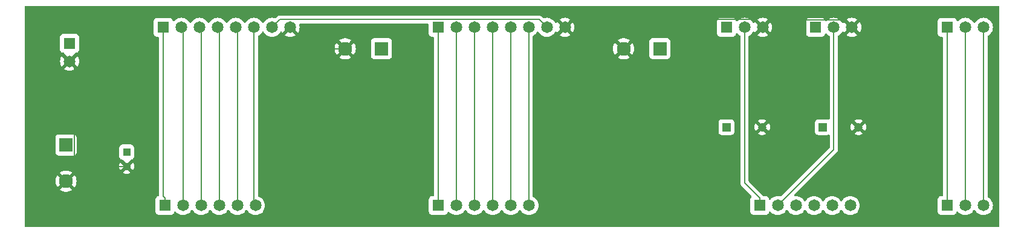
<source format=gbl>
G04 #@! TF.GenerationSoftware,KiCad,Pcbnew,8.0.6*
G04 #@! TF.CreationDate,2024-12-27T11:38:37-05:00*
G04 #@! TF.ProjectId,sdl_breakout,73646c5f-6272-4656-916b-6f75742e6b69,rev?*
G04 #@! TF.SameCoordinates,Original*
G04 #@! TF.FileFunction,Copper,L2,Bot*
G04 #@! TF.FilePolarity,Positive*
%FSLAX46Y46*%
G04 Gerber Fmt 4.6, Leading zero omitted, Abs format (unit mm)*
G04 Created by KiCad (PCBNEW 8.0.6) date 2024-12-27 11:38:37*
%MOMM*%
%LPD*%
G01*
G04 APERTURE LIST*
G04 #@! TA.AperFunction,ComponentPad*
%ADD10C,1.650000*%
G04 #@! TD*
G04 #@! TA.AperFunction,ComponentPad*
%ADD11R,1.650000X1.650000*%
G04 #@! TD*
G04 #@! TA.AperFunction,ComponentPad*
%ADD12R,1.950000X1.950000*%
G04 #@! TD*
G04 #@! TA.AperFunction,ComponentPad*
%ADD13C,1.950000*%
G04 #@! TD*
G04 #@! TA.AperFunction,ComponentPad*
%ADD14R,1.200000X1.200000*%
G04 #@! TD*
G04 #@! TA.AperFunction,ComponentPad*
%ADD15C,1.200000*%
G04 #@! TD*
G04 #@! TA.AperFunction,ComponentPad*
%ADD16R,1.100000X1.100000*%
G04 #@! TD*
G04 #@! TA.AperFunction,ComponentPad*
%ADD17C,1.100000*%
G04 #@! TD*
G04 #@! TA.AperFunction,Conductor*
%ADD18C,0.150000*%
G04 #@! TD*
G04 APERTURE END LIST*
D10*
G04 #@! TO.P,U19,6*
G04 #@! TO.N,digital6*
X246850000Y-135500000D03*
G04 #@! TO.P,U19,5*
G04 #@! TO.N,digital5*
X244310000Y-135500000D03*
G04 #@! TO.P,U19,4*
G04 #@! TO.N,digital4*
X241770000Y-135500000D03*
G04 #@! TO.P,U19,3*
G04 #@! TO.N,digital3*
X239230000Y-135500000D03*
G04 #@! TO.P,U19,2*
G04 #@! TO.N,servo2-control*
X236690000Y-135500000D03*
D11*
G04 #@! TO.P,U19,1*
G04 #@! TO.N,servo1-control*
X234150000Y-135500000D03*
G04 #@! TD*
G04 #@! TO.P,U10,1*
G04 #@! TO.N,motor2-in1*
X189150000Y-135500000D03*
D10*
G04 #@! TO.P,U10,2*
G04 #@! TO.N,motor2-in2*
X191690000Y-135500000D03*
G04 #@! TO.P,U10,3*
G04 #@! TO.N,motor2-in3*
X194230000Y-135500000D03*
G04 #@! TO.P,U10,4*
G04 #@! TO.N,motor2-in4*
X196770000Y-135500000D03*
G04 #@! TO.P,U10,5*
G04 #@! TO.N,motor2-ena*
X199310000Y-135500000D03*
G04 #@! TO.P,U10,6*
G04 #@! TO.N,motor2-enb*
X201850000Y-135500000D03*
G04 #@! TD*
D11*
G04 #@! TO.P,U21,1*
G04 #@! TO.N,counter*
X260420000Y-110500000D03*
D10*
G04 #@! TO.P,U21,2*
G04 #@! TO.N,working*
X262960000Y-110500000D03*
G04 #@! TO.P,U21,3*
G04 #@! TO.N,reference*
X265500000Y-110500000D03*
G04 #@! TD*
D12*
G04 #@! TO.P,U3,1*
G04 #@! TO.N,vcc*
X137000000Y-127000000D03*
D13*
G04 #@! TO.P,U3,2*
G04 #@! TO.N,gnd*
X137000000Y-132080000D03*
G04 #@! TD*
D11*
G04 #@! TO.P,U11,1*
G04 #@! TO.N,motor2-in1*
X189109500Y-110500500D03*
D10*
G04 #@! TO.P,U11,2*
G04 #@! TO.N,motor2-in2*
X191649500Y-110500500D03*
G04 #@! TO.P,U11,3*
G04 #@! TO.N,motor2-in3*
X194189500Y-110500500D03*
G04 #@! TO.P,U11,4*
G04 #@! TO.N,motor2-in4*
X196729500Y-110500500D03*
G04 #@! TO.P,U11,5*
G04 #@! TO.N,motor2-ena*
X199269500Y-110500500D03*
G04 #@! TO.P,U11,6*
G04 #@! TO.N,motor2-enb*
X201809500Y-110500500D03*
G04 #@! TO.P,U11,7*
G04 #@! TO.N,vcc-1*
X204349500Y-110500500D03*
G04 #@! TO.P,U11,8*
G04 #@! TO.N,gnd*
X206889500Y-110500500D03*
G04 #@! TD*
G04 #@! TO.P,U8,8*
G04 #@! TO.N,gnd*
X168389500Y-110500500D03*
G04 #@! TO.P,U8,7*
G04 #@! TO.N,vcc-1*
X165849500Y-110500500D03*
G04 #@! TO.P,U8,6*
G04 #@! TO.N,motor1-enb*
X163309500Y-110500500D03*
G04 #@! TO.P,U8,5*
G04 #@! TO.N,motor1-ena*
X160769500Y-110500500D03*
G04 #@! TO.P,U8,4*
G04 #@! TO.N,motor1-in4*
X158229500Y-110500500D03*
G04 #@! TO.P,U8,3*
G04 #@! TO.N,motor1-in3*
X155689500Y-110500500D03*
G04 #@! TO.P,U8,2*
G04 #@! TO.N,motor1-in2*
X153149500Y-110500500D03*
D11*
G04 #@! TO.P,U8,1*
G04 #@! TO.N,motor1-in1*
X150609500Y-110500500D03*
G04 #@! TD*
G04 #@! TO.P,U16,1*
G04 #@! TO.N,vcc-1*
X242000000Y-110500000D03*
D10*
G04 #@! TO.P,U16,2*
G04 #@! TO.N,servo2-control*
X244540000Y-110500000D03*
G04 #@! TO.P,U16,3*
G04 #@! TO.N,gnd*
X247080000Y-110500000D03*
G04 #@! TD*
D14*
G04 #@! TO.P,U18,1*
G04 #@! TO.N,vcc-1*
X243000000Y-124500000D03*
D15*
G04 #@! TO.P,U18,2*
G04 #@! TO.N,gnd*
X248000000Y-124500000D03*
G04 #@! TD*
D11*
G04 #@! TO.P,U13,1*
G04 #@! TO.N,vcc-1*
X229500000Y-110500000D03*
D10*
G04 #@! TO.P,U13,2*
G04 #@! TO.N,servo1-control*
X232040000Y-110500000D03*
G04 #@! TO.P,U13,3*
G04 #@! TO.N,gnd*
X234580000Y-110500000D03*
G04 #@! TD*
D11*
G04 #@! TO.P,U20,1*
G04 #@! TO.N,counter*
X260420000Y-135500000D03*
D10*
G04 #@! TO.P,U20,2*
G04 #@! TO.N,working*
X262960000Y-135500000D03*
G04 #@! TO.P,U20,3*
G04 #@! TO.N,reference*
X265500000Y-135500000D03*
G04 #@! TD*
D11*
G04 #@! TO.P,U4,1*
G04 #@! TO.N,vcc-1*
X137500000Y-112730000D03*
D10*
G04 #@! TO.P,U4,2*
G04 #@! TO.N,gnd*
X137500000Y-115270000D03*
G04 #@! TD*
D12*
G04 #@! TO.P,U9,1*
G04 #@! TO.N,vcc*
X220185000Y-113500000D03*
D13*
G04 #@! TO.P,U9,2*
G04 #@! TO.N,gnd*
X215105000Y-113500000D03*
G04 #@! TD*
D16*
G04 #@! TO.P,U1,1*
G04 #@! TO.N,vcc*
X145500000Y-128000000D03*
D17*
G04 #@! TO.P,U1,2*
G04 #@! TO.N,gnd*
X145500000Y-130000000D03*
G04 #@! TD*
D14*
G04 #@! TO.P,U15,1*
G04 #@! TO.N,vcc-1*
X229500000Y-124500000D03*
D15*
G04 #@! TO.P,U15,2*
G04 #@! TO.N,gnd*
X234500000Y-124500000D03*
G04 #@! TD*
D12*
G04 #@! TO.P,U12,1*
G04 #@! TO.N,vcc*
X181185000Y-113500000D03*
D13*
G04 #@! TO.P,U12,2*
G04 #@! TO.N,gnd*
X176105000Y-113500000D03*
G04 #@! TD*
D10*
G04 #@! TO.P,U7,6*
G04 #@! TO.N,motor1-enb*
X163540000Y-135500000D03*
G04 #@! TO.P,U7,5*
G04 #@! TO.N,motor1-ena*
X161000000Y-135500000D03*
G04 #@! TO.P,U7,4*
G04 #@! TO.N,motor1-in4*
X158460000Y-135500000D03*
G04 #@! TO.P,U7,3*
G04 #@! TO.N,motor1-in3*
X155920000Y-135500000D03*
G04 #@! TO.P,U7,2*
G04 #@! TO.N,motor1-in2*
X153380000Y-135500000D03*
D11*
G04 #@! TO.P,U7,1*
G04 #@! TO.N,motor1-in1*
X150840000Y-135500000D03*
G04 #@! TD*
D18*
G04 #@! TO.N,motor2-enb*
X201809500Y-135459500D02*
X201850000Y-135500000D01*
X201809500Y-110500500D02*
X201809500Y-135459500D01*
G04 #@! TO.N,motor2-ena*
X199310000Y-110541000D02*
X199310000Y-135500000D01*
X199269500Y-110500500D02*
X199310000Y-110541000D01*
G04 #@! TO.N,motor2-in4*
X196770000Y-110541000D02*
X196770000Y-135500000D01*
X196729500Y-110500500D02*
X196770000Y-110541000D01*
G04 #@! TO.N,motor2-in3*
X194230000Y-110541000D02*
X194230000Y-135500000D01*
X194189500Y-110500500D02*
X194230000Y-110541000D01*
G04 #@! TO.N,motor2-in2*
X191690000Y-110541000D02*
X191690000Y-135500000D01*
X191649500Y-110500500D02*
X191690000Y-110541000D01*
G04 #@! TO.N,motor2-in1*
X189109500Y-134407800D02*
X189150000Y-134448300D01*
X189109500Y-110500500D02*
X189109500Y-134407800D01*
X189150000Y-135500000D02*
X189150000Y-134448300D01*
G04 #@! TO.N,motor1-enb*
X163309500Y-135269500D02*
X163540000Y-135500000D01*
X163309500Y-110500500D02*
X163309500Y-135269500D01*
G04 #@! TO.N,motor1-ena*
X161000000Y-110731000D02*
X161000000Y-135500000D01*
X160769500Y-110500500D02*
X161000000Y-110731000D01*
G04 #@! TO.N,motor1-in4*
X158460000Y-110731000D02*
X158460000Y-135500000D01*
X158229500Y-110500500D02*
X158460000Y-110731000D01*
G04 #@! TO.N,motor1-in3*
X155920000Y-110731000D02*
X155920000Y-135500000D01*
X155689500Y-110500500D02*
X155920000Y-110731000D01*
G04 #@! TO.N,motor1-in2*
X153380000Y-110731000D02*
X153380000Y-135500000D01*
X153149500Y-110500500D02*
X153380000Y-110731000D01*
G04 #@! TO.N,motor1-in1*
X150609500Y-134217800D02*
X150840000Y-134448300D01*
X150609500Y-110500500D02*
X150609500Y-134217800D01*
X150840000Y-135500000D02*
X150840000Y-134448300D01*
G04 #@! TO.N,working*
X262960000Y-135500000D02*
X262960000Y-110500000D01*
G04 #@! TO.N,reference*
X265500000Y-135500000D02*
X265500000Y-110500000D01*
G04 #@! TO.N,counter*
X260420000Y-135500000D02*
X260420000Y-110500000D01*
G04 #@! TO.N,servo2-control*
X244540000Y-127650000D02*
X236690000Y-135500000D01*
X244540000Y-110500000D02*
X244540000Y-127650000D01*
G04 #@! TO.N,servo1-control*
X232040000Y-132338300D02*
X234150000Y-134448300D01*
X232040000Y-110500000D02*
X232040000Y-132338300D01*
X234150000Y-135500000D02*
X234150000Y-134448300D01*
G04 #@! TO.N,vcc-1*
X203266600Y-109417600D02*
X204349500Y-110500500D01*
X166932400Y-109417600D02*
X203266600Y-109417600D01*
X165849500Y-110500500D02*
X166932400Y-109417600D01*
G04 #@! TO.N,gnd*
X145500000Y-130000000D02*
X138207700Y-130000000D01*
X138207700Y-130872300D02*
X138207700Y-130000000D01*
X137000000Y-132080000D02*
X138207700Y-130872300D01*
X138207700Y-115977700D02*
X137500000Y-115270000D01*
X138207700Y-130000000D02*
X138207700Y-115977700D01*
X171389000Y-113500000D02*
X168389500Y-110500500D01*
X176105000Y-113500000D02*
X171389000Y-113500000D01*
X246028300Y-109448300D02*
X247080000Y-110500000D01*
X235631700Y-109448300D02*
X246028300Y-109448300D01*
X234580000Y-110500000D02*
X235631700Y-109448300D01*
X233494700Y-109414700D02*
X234580000Y-110500000D01*
X219190300Y-109414700D02*
X233494700Y-109414700D01*
X215105000Y-113500000D02*
X219190300Y-109414700D01*
G04 #@! TD*
G04 #@! TA.AperFunction,Conductor*
G04 #@! TO.N,gnd*
G36*
X267693039Y-107519685D02*
G01*
X267738794Y-107572489D01*
X267750000Y-107624000D01*
X267750000Y-138376000D01*
X267730315Y-138443039D01*
X267677511Y-138488794D01*
X267626000Y-138500000D01*
X131374000Y-138500000D01*
X131306961Y-138480315D01*
X131261206Y-138427511D01*
X131250000Y-138376000D01*
X131250000Y-132079994D01*
X135519945Y-132079994D01*
X135519945Y-132080005D01*
X135540130Y-132323605D01*
X135600138Y-132560573D01*
X135698330Y-132784429D01*
X135794626Y-132931819D01*
X136398958Y-132327487D01*
X136423978Y-132387890D01*
X136495112Y-132494351D01*
X136585649Y-132584888D01*
X136692110Y-132656022D01*
X136752511Y-132681041D01*
X136147758Y-133285794D01*
X136147758Y-133285796D01*
X136190478Y-133319046D01*
X136190484Y-133319050D01*
X136405468Y-133435394D01*
X136405476Y-133435397D01*
X136636664Y-133514765D01*
X136877779Y-133555000D01*
X137122221Y-133555000D01*
X137363335Y-133514765D01*
X137594523Y-133435397D01*
X137594531Y-133435394D01*
X137809514Y-133319051D01*
X137809514Y-133319050D01*
X137852240Y-133285795D01*
X137852240Y-133285794D01*
X137247488Y-132681041D01*
X137307890Y-132656022D01*
X137414351Y-132584888D01*
X137504888Y-132494351D01*
X137576022Y-132387890D01*
X137601041Y-132327488D01*
X138205372Y-132931819D01*
X138301667Y-132784431D01*
X138301672Y-132784423D01*
X138399861Y-132560573D01*
X138459869Y-132323605D01*
X138480055Y-132080005D01*
X138480055Y-132079994D01*
X138459869Y-131836394D01*
X138399861Y-131599426D01*
X138301669Y-131375570D01*
X138205372Y-131228179D01*
X137601041Y-131832510D01*
X137576022Y-131772110D01*
X137504888Y-131665649D01*
X137414351Y-131575112D01*
X137307890Y-131503978D01*
X137247487Y-131478958D01*
X137827421Y-130899023D01*
X144954528Y-130899023D01*
X145096233Y-130974766D01*
X145294165Y-131034808D01*
X145500000Y-131055080D01*
X145705834Y-131034808D01*
X145903764Y-130974766D01*
X146045470Y-130899022D01*
X145500001Y-130353553D01*
X145500000Y-130353553D01*
X144954528Y-130899023D01*
X137827421Y-130899023D01*
X137852240Y-130874204D01*
X137852240Y-130874203D01*
X137809514Y-130840949D01*
X137594531Y-130724605D01*
X137594523Y-130724602D01*
X137363335Y-130645234D01*
X137122221Y-130605000D01*
X136877779Y-130605000D01*
X136636664Y-130645234D01*
X136405476Y-130724602D01*
X136405468Y-130724605D01*
X136190481Y-130840951D01*
X136147758Y-130874202D01*
X136147757Y-130874204D01*
X136752511Y-131478958D01*
X136692110Y-131503978D01*
X136585649Y-131575112D01*
X136495112Y-131665649D01*
X136423978Y-131772110D01*
X136398958Y-131832511D01*
X135794626Y-131228179D01*
X135698328Y-131375575D01*
X135600138Y-131599426D01*
X135540130Y-131836394D01*
X135519945Y-132079994D01*
X131250000Y-132079994D01*
X131250000Y-130000000D01*
X144444919Y-130000000D01*
X144465191Y-130205834D01*
X144525233Y-130403766D01*
X144600975Y-130545469D01*
X144600976Y-130545469D01*
X145146447Y-130000000D01*
X145100369Y-129953922D01*
X145150000Y-129953922D01*
X145150000Y-130046078D01*
X145173852Y-130135095D01*
X145219930Y-130214905D01*
X145285095Y-130280070D01*
X145364905Y-130326148D01*
X145453922Y-130350000D01*
X145546078Y-130350000D01*
X145635095Y-130326148D01*
X145714905Y-130280070D01*
X145780070Y-130214905D01*
X145826148Y-130135095D01*
X145850000Y-130046078D01*
X145850000Y-129999999D01*
X145853553Y-129999999D01*
X145853553Y-130000000D01*
X146399022Y-130545469D01*
X146474766Y-130403764D01*
X146534808Y-130205834D01*
X146555080Y-130000000D01*
X146534808Y-129794165D01*
X146474766Y-129596233D01*
X146399023Y-129454528D01*
X145853553Y-129999999D01*
X145850000Y-129999999D01*
X145850000Y-129953922D01*
X145826148Y-129864905D01*
X145780070Y-129785095D01*
X145714905Y-129719930D01*
X145635095Y-129673852D01*
X145546078Y-129650000D01*
X145453922Y-129650000D01*
X145364905Y-129673852D01*
X145285095Y-129719930D01*
X145219930Y-129785095D01*
X145173852Y-129864905D01*
X145150000Y-129953922D01*
X145100369Y-129953922D01*
X144600976Y-129454529D01*
X144600975Y-129454529D01*
X144525234Y-129596234D01*
X144465191Y-129794166D01*
X144444919Y-130000000D01*
X131250000Y-130000000D01*
X131250000Y-125977135D01*
X135524500Y-125977135D01*
X135524500Y-128022870D01*
X135524501Y-128022876D01*
X135530908Y-128082483D01*
X135581202Y-128217328D01*
X135581206Y-128217335D01*
X135667452Y-128332544D01*
X135667455Y-128332547D01*
X135782664Y-128418793D01*
X135782671Y-128418797D01*
X135917517Y-128469091D01*
X135917516Y-128469091D01*
X135924444Y-128469835D01*
X135977127Y-128475500D01*
X138022872Y-128475499D01*
X138082483Y-128469091D01*
X138217331Y-128418796D01*
X138332546Y-128332546D01*
X138418796Y-128217331D01*
X138469091Y-128082483D01*
X138475500Y-128022873D01*
X138475500Y-127402135D01*
X144449500Y-127402135D01*
X144449500Y-128597870D01*
X144449501Y-128597876D01*
X144455908Y-128657483D01*
X144506202Y-128792328D01*
X144506206Y-128792335D01*
X144592452Y-128907544D01*
X144592455Y-128907547D01*
X144707664Y-128993793D01*
X144707671Y-128993797D01*
X144842514Y-129044090D01*
X144842517Y-129044091D01*
X144860789Y-129046055D01*
X144925338Y-129072790D01*
X144935216Y-129081663D01*
X145500000Y-129646447D01*
X145500001Y-129646447D01*
X146064781Y-129081664D01*
X146126104Y-129048179D01*
X146139207Y-129046055D01*
X146157483Y-129044091D01*
X146292331Y-128993796D01*
X146407546Y-128907546D01*
X146493796Y-128792331D01*
X146544091Y-128657483D01*
X146550500Y-128597873D01*
X146550499Y-127402128D01*
X146544091Y-127342517D01*
X146493796Y-127207669D01*
X146493795Y-127207668D01*
X146493793Y-127207664D01*
X146407547Y-127092455D01*
X146407544Y-127092452D01*
X146292335Y-127006206D01*
X146292328Y-127006202D01*
X146157482Y-126955908D01*
X146157483Y-126955908D01*
X146097883Y-126949501D01*
X146097881Y-126949500D01*
X146097873Y-126949500D01*
X146097864Y-126949500D01*
X144902129Y-126949500D01*
X144902123Y-126949501D01*
X144842516Y-126955908D01*
X144707671Y-127006202D01*
X144707664Y-127006206D01*
X144592455Y-127092452D01*
X144592452Y-127092455D01*
X144506206Y-127207664D01*
X144506202Y-127207671D01*
X144455908Y-127342517D01*
X144449501Y-127402116D01*
X144449501Y-127402123D01*
X144449500Y-127402135D01*
X138475500Y-127402135D01*
X138475499Y-125977128D01*
X138469091Y-125917517D01*
X138418796Y-125782669D01*
X138418795Y-125782668D01*
X138418793Y-125782664D01*
X138332547Y-125667455D01*
X138332544Y-125667452D01*
X138217335Y-125581206D01*
X138217328Y-125581202D01*
X138082482Y-125530908D01*
X138082483Y-125530908D01*
X138022883Y-125524501D01*
X138022881Y-125524500D01*
X138022873Y-125524500D01*
X138022864Y-125524500D01*
X135977129Y-125524500D01*
X135977123Y-125524501D01*
X135917516Y-125530908D01*
X135782671Y-125581202D01*
X135782664Y-125581206D01*
X135667455Y-125667452D01*
X135667452Y-125667455D01*
X135581206Y-125782664D01*
X135581202Y-125782671D01*
X135530908Y-125917517D01*
X135524501Y-125977116D01*
X135524501Y-125977123D01*
X135524500Y-125977135D01*
X131250000Y-125977135D01*
X131250000Y-115269999D01*
X136169939Y-115269999D01*
X136169939Y-115270000D01*
X136190145Y-115500958D01*
X136190147Y-115500968D01*
X136250148Y-115724900D01*
X136250152Y-115724909D01*
X136348133Y-115935030D01*
X136403023Y-116013422D01*
X136976212Y-115440233D01*
X136987482Y-115482292D01*
X137059890Y-115607708D01*
X137162292Y-115710110D01*
X137287708Y-115782518D01*
X137329765Y-115793787D01*
X136756576Y-116366975D01*
X136834969Y-116421867D01*
X137045090Y-116519847D01*
X137045099Y-116519851D01*
X137269031Y-116579852D01*
X137269041Y-116579854D01*
X137499999Y-116600061D01*
X137500001Y-116600061D01*
X137730958Y-116579854D01*
X137730968Y-116579852D01*
X137954900Y-116519851D01*
X137954909Y-116519847D01*
X138165030Y-116421867D01*
X138165034Y-116421865D01*
X138243422Y-116366976D01*
X138243422Y-116366975D01*
X137670235Y-115793787D01*
X137712292Y-115782518D01*
X137837708Y-115710110D01*
X137940110Y-115607708D01*
X138012518Y-115482292D01*
X138023787Y-115440234D01*
X138596975Y-116013422D01*
X138596976Y-116013422D01*
X138651865Y-115935034D01*
X138651867Y-115935030D01*
X138749847Y-115724909D01*
X138749851Y-115724900D01*
X138809852Y-115500968D01*
X138809854Y-115500958D01*
X138830061Y-115270000D01*
X138830061Y-115269999D01*
X138809854Y-115039041D01*
X138809852Y-115039031D01*
X138749851Y-114815099D01*
X138749847Y-114815090D01*
X138651867Y-114604971D01*
X138651866Y-114604969D01*
X138596975Y-114526577D01*
X138596975Y-114526576D01*
X138023787Y-115099764D01*
X138012518Y-115057708D01*
X137940110Y-114932292D01*
X137837708Y-114829890D01*
X137712292Y-114757482D01*
X137670234Y-114746212D01*
X138249662Y-114166783D01*
X138258702Y-114121805D01*
X138307318Y-114071623D01*
X138368462Y-114055499D01*
X138372872Y-114055499D01*
X138432483Y-114049091D01*
X138567331Y-113998796D01*
X138682546Y-113912546D01*
X138768796Y-113797331D01*
X138819091Y-113662483D01*
X138825500Y-113602873D01*
X138825499Y-111857128D01*
X138819091Y-111797517D01*
X138810194Y-111773664D01*
X138768797Y-111662671D01*
X138768793Y-111662664D01*
X138682547Y-111547455D01*
X138682544Y-111547452D01*
X138567335Y-111461206D01*
X138567328Y-111461202D01*
X138432482Y-111410908D01*
X138432483Y-111410908D01*
X138372883Y-111404501D01*
X138372881Y-111404500D01*
X138372873Y-111404500D01*
X138372864Y-111404500D01*
X136627129Y-111404500D01*
X136627123Y-111404501D01*
X136567516Y-111410908D01*
X136432671Y-111461202D01*
X136432664Y-111461206D01*
X136317455Y-111547452D01*
X136317452Y-111547455D01*
X136231206Y-111662664D01*
X136231202Y-111662671D01*
X136180908Y-111797517D01*
X136174501Y-111857116D01*
X136174501Y-111857123D01*
X136174500Y-111857135D01*
X136174500Y-113602870D01*
X136174501Y-113602876D01*
X136180908Y-113662483D01*
X136231202Y-113797328D01*
X136231206Y-113797335D01*
X136317452Y-113912544D01*
X136317455Y-113912547D01*
X136432664Y-113998793D01*
X136432671Y-113998797D01*
X136477618Y-114015561D01*
X136567517Y-114049091D01*
X136627127Y-114055500D01*
X136631523Y-114055499D01*
X136698562Y-114075175D01*
X136744324Y-114127973D01*
X136751151Y-114167597D01*
X137329766Y-114746212D01*
X137287708Y-114757482D01*
X137162292Y-114829890D01*
X137059890Y-114932292D01*
X136987482Y-115057708D01*
X136976212Y-115099765D01*
X136403023Y-114526576D01*
X136403022Y-114526576D01*
X136348134Y-114604967D01*
X136250152Y-114815090D01*
X136250148Y-114815099D01*
X136190147Y-115039031D01*
X136190145Y-115039041D01*
X136169939Y-115269999D01*
X131250000Y-115269999D01*
X131250000Y-109627635D01*
X149284000Y-109627635D01*
X149284000Y-111373370D01*
X149284001Y-111373376D01*
X149290408Y-111432983D01*
X149340702Y-111567828D01*
X149340706Y-111567835D01*
X149426952Y-111683044D01*
X149426955Y-111683047D01*
X149542164Y-111769293D01*
X149542171Y-111769297D01*
X149553880Y-111773664D01*
X149677017Y-111819591D01*
X149736627Y-111826000D01*
X149910000Y-111825999D01*
X149977039Y-111845683D01*
X150022794Y-111898487D01*
X150034000Y-111949999D01*
X150034000Y-134055927D01*
X150014315Y-134122966D01*
X149961511Y-134168721D01*
X149923255Y-134179217D01*
X149907516Y-134180909D01*
X149772671Y-134231202D01*
X149772664Y-134231206D01*
X149657455Y-134317452D01*
X149657452Y-134317455D01*
X149571206Y-134432664D01*
X149571202Y-134432671D01*
X149520908Y-134567517D01*
X149514501Y-134627116D01*
X149514500Y-134627135D01*
X149514500Y-136372870D01*
X149514501Y-136372876D01*
X149520908Y-136432483D01*
X149571202Y-136567328D01*
X149571206Y-136567335D01*
X149657452Y-136682544D01*
X149657455Y-136682547D01*
X149772664Y-136768793D01*
X149772671Y-136768797D01*
X149907517Y-136819091D01*
X149907516Y-136819091D01*
X149914444Y-136819835D01*
X149967127Y-136825500D01*
X151712872Y-136825499D01*
X151772483Y-136819091D01*
X151907331Y-136768796D01*
X152022546Y-136682546D01*
X152108796Y-136567331D01*
X152159091Y-136432483D01*
X152159091Y-136432481D01*
X152160874Y-136424938D01*
X152163747Y-136425616D01*
X152185191Y-136373843D01*
X152242582Y-136333993D01*
X152312407Y-136331497D01*
X152369426Y-136363965D01*
X152524731Y-136519270D01*
X152714718Y-136652301D01*
X152924921Y-136750320D01*
X153148950Y-136810349D01*
X153313985Y-136824787D01*
X153379998Y-136830563D01*
X153380000Y-136830563D01*
X153380002Y-136830563D01*
X153437894Y-136825498D01*
X153611050Y-136810349D01*
X153835079Y-136750320D01*
X154045282Y-136652301D01*
X154235269Y-136519270D01*
X154399270Y-136355269D01*
X154532301Y-136165282D01*
X154537618Y-136153878D01*
X154583790Y-136101440D01*
X154650984Y-136082288D01*
X154717865Y-136102504D01*
X154762381Y-136153878D01*
X154767699Y-136165282D01*
X154900730Y-136355269D01*
X155064731Y-136519270D01*
X155254718Y-136652301D01*
X155464921Y-136750320D01*
X155688950Y-136810349D01*
X155853985Y-136824787D01*
X155919998Y-136830563D01*
X155920000Y-136830563D01*
X155920002Y-136830563D01*
X155977894Y-136825498D01*
X156151050Y-136810349D01*
X156375079Y-136750320D01*
X156585282Y-136652301D01*
X156775269Y-136519270D01*
X156939270Y-136355269D01*
X157072301Y-136165282D01*
X157077618Y-136153878D01*
X157123790Y-136101440D01*
X157190984Y-136082288D01*
X157257865Y-136102504D01*
X157302381Y-136153878D01*
X157307699Y-136165282D01*
X157440730Y-136355269D01*
X157604731Y-136519270D01*
X157794718Y-136652301D01*
X158004921Y-136750320D01*
X158228950Y-136810349D01*
X158393985Y-136824787D01*
X158459998Y-136830563D01*
X158460000Y-136830563D01*
X158460002Y-136830563D01*
X158517894Y-136825498D01*
X158691050Y-136810349D01*
X158915079Y-136750320D01*
X159125282Y-136652301D01*
X159315269Y-136519270D01*
X159479270Y-136355269D01*
X159612301Y-136165282D01*
X159617618Y-136153878D01*
X159663790Y-136101440D01*
X159730984Y-136082288D01*
X159797865Y-136102504D01*
X159842381Y-136153878D01*
X159847699Y-136165282D01*
X159980730Y-136355269D01*
X160144731Y-136519270D01*
X160334718Y-136652301D01*
X160544921Y-136750320D01*
X160768950Y-136810349D01*
X160933985Y-136824787D01*
X160999998Y-136830563D01*
X161000000Y-136830563D01*
X161000002Y-136830563D01*
X161057894Y-136825498D01*
X161231050Y-136810349D01*
X161455079Y-136750320D01*
X161665282Y-136652301D01*
X161855269Y-136519270D01*
X162019270Y-136355269D01*
X162152301Y-136165282D01*
X162157618Y-136153878D01*
X162203790Y-136101440D01*
X162270984Y-136082288D01*
X162337865Y-136102504D01*
X162382381Y-136153878D01*
X162387699Y-136165282D01*
X162520730Y-136355269D01*
X162684731Y-136519270D01*
X162874718Y-136652301D01*
X163084921Y-136750320D01*
X163308950Y-136810349D01*
X163473985Y-136824787D01*
X163539998Y-136830563D01*
X163540000Y-136830563D01*
X163540002Y-136830563D01*
X163597894Y-136825498D01*
X163771050Y-136810349D01*
X163995079Y-136750320D01*
X164205282Y-136652301D01*
X164395269Y-136519270D01*
X164559270Y-136355269D01*
X164692301Y-136165282D01*
X164790320Y-135955079D01*
X164850349Y-135731050D01*
X164870563Y-135500000D01*
X164850349Y-135268950D01*
X164790320Y-135044921D01*
X164692301Y-134834719D01*
X164692299Y-134834716D01*
X164692298Y-134834714D01*
X164559273Y-134644735D01*
X164559268Y-134644729D01*
X164395269Y-134480730D01*
X164349554Y-134448720D01*
X164205282Y-134347699D01*
X163995079Y-134249680D01*
X163976903Y-134244809D01*
X163917245Y-134208444D01*
X163886716Y-134145597D01*
X163885000Y-134125036D01*
X163885000Y-113499994D01*
X174624945Y-113499994D01*
X174624945Y-113500005D01*
X174645130Y-113743605D01*
X174705138Y-113980573D01*
X174803330Y-114204429D01*
X174899626Y-114351819D01*
X175503958Y-113747487D01*
X175528978Y-113807890D01*
X175600112Y-113914351D01*
X175690649Y-114004888D01*
X175797110Y-114076022D01*
X175857511Y-114101041D01*
X175252758Y-114705794D01*
X175252758Y-114705796D01*
X175295478Y-114739046D01*
X175295484Y-114739050D01*
X175510468Y-114855394D01*
X175510476Y-114855397D01*
X175741664Y-114934765D01*
X175982779Y-114975000D01*
X176227221Y-114975000D01*
X176468335Y-114934765D01*
X176699523Y-114855397D01*
X176699531Y-114855394D01*
X176914514Y-114739051D01*
X176914514Y-114739050D01*
X176957240Y-114705795D01*
X176957240Y-114705794D01*
X176352488Y-114101041D01*
X176412890Y-114076022D01*
X176519351Y-114004888D01*
X176609888Y-113914351D01*
X176681022Y-113807890D01*
X176706041Y-113747488D01*
X177310372Y-114351819D01*
X177406667Y-114204431D01*
X177406672Y-114204423D01*
X177504861Y-113980573D01*
X177564869Y-113743605D01*
X177585055Y-113500005D01*
X177585055Y-113499994D01*
X177564869Y-113256394D01*
X177504861Y-113019426D01*
X177406669Y-112795570D01*
X177310372Y-112648179D01*
X176706041Y-113252510D01*
X176681022Y-113192110D01*
X176609888Y-113085649D01*
X176519351Y-112995112D01*
X176412890Y-112923978D01*
X176352487Y-112898958D01*
X176774309Y-112477135D01*
X179709500Y-112477135D01*
X179709500Y-114522870D01*
X179709501Y-114522876D01*
X179715908Y-114582483D01*
X179766202Y-114717328D01*
X179766206Y-114717335D01*
X179852452Y-114832544D01*
X179852455Y-114832547D01*
X179967664Y-114918793D01*
X179967671Y-114918797D01*
X180102517Y-114969091D01*
X180102516Y-114969091D01*
X180109444Y-114969835D01*
X180162127Y-114975500D01*
X182207872Y-114975499D01*
X182267483Y-114969091D01*
X182402331Y-114918796D01*
X182517546Y-114832546D01*
X182603796Y-114717331D01*
X182654091Y-114582483D01*
X182660500Y-114522873D01*
X182660499Y-112477128D01*
X182654091Y-112417517D01*
X182608098Y-112294204D01*
X182603797Y-112282671D01*
X182603793Y-112282664D01*
X182517547Y-112167455D01*
X182517544Y-112167452D01*
X182402335Y-112081206D01*
X182402328Y-112081202D01*
X182267482Y-112030908D01*
X182267483Y-112030908D01*
X182207883Y-112024501D01*
X182207881Y-112024500D01*
X182207873Y-112024500D01*
X182207864Y-112024500D01*
X180162129Y-112024500D01*
X180162123Y-112024501D01*
X180102516Y-112030908D01*
X179967671Y-112081202D01*
X179967664Y-112081206D01*
X179852455Y-112167452D01*
X179852452Y-112167455D01*
X179766206Y-112282664D01*
X179766202Y-112282671D01*
X179715908Y-112417517D01*
X179709501Y-112477116D01*
X179709501Y-112477123D01*
X179709500Y-112477135D01*
X176774309Y-112477135D01*
X176957240Y-112294204D01*
X176957240Y-112294203D01*
X176914514Y-112260949D01*
X176699531Y-112144605D01*
X176699523Y-112144602D01*
X176468335Y-112065234D01*
X176227221Y-112025000D01*
X175982779Y-112025000D01*
X175741664Y-112065234D01*
X175510476Y-112144602D01*
X175510468Y-112144605D01*
X175295481Y-112260951D01*
X175252758Y-112294202D01*
X175252757Y-112294204D01*
X175857511Y-112898958D01*
X175797110Y-112923978D01*
X175690649Y-112995112D01*
X175600112Y-113085649D01*
X175528978Y-113192110D01*
X175503958Y-113252511D01*
X174899626Y-112648179D01*
X174803328Y-112795575D01*
X174705138Y-113019426D01*
X174645130Y-113256394D01*
X174624945Y-113499994D01*
X163885000Y-113499994D01*
X163885000Y-111773664D01*
X163904685Y-111706625D01*
X163956597Y-111661281D01*
X163966591Y-111656620D01*
X163974782Y-111652801D01*
X164164769Y-111519770D01*
X164328770Y-111355769D01*
X164461801Y-111165782D01*
X164467118Y-111154378D01*
X164513290Y-111101940D01*
X164580484Y-111082788D01*
X164647365Y-111103004D01*
X164691881Y-111154378D01*
X164697199Y-111165782D01*
X164830230Y-111355769D01*
X164994231Y-111519770D01*
X165184218Y-111652801D01*
X165394421Y-111750820D01*
X165618450Y-111810849D01*
X165783485Y-111825287D01*
X165849498Y-111831063D01*
X165849500Y-111831063D01*
X165849502Y-111831063D01*
X165913086Y-111825500D01*
X166080550Y-111810849D01*
X166304579Y-111750820D01*
X166514782Y-111652801D01*
X166704769Y-111519770D01*
X166868770Y-111355769D01*
X167001801Y-111165782D01*
X167007393Y-111153789D01*
X167053562Y-111101351D01*
X167120755Y-111082197D01*
X167187637Y-111102411D01*
X167232156Y-111153786D01*
X167237632Y-111165529D01*
X167292523Y-111243922D01*
X167865712Y-110670733D01*
X167876982Y-110712792D01*
X167949390Y-110838208D01*
X168051792Y-110940610D01*
X168177208Y-111013018D01*
X168219265Y-111024287D01*
X167646076Y-111597475D01*
X167724469Y-111652367D01*
X167934590Y-111750347D01*
X167934599Y-111750351D01*
X168158531Y-111810352D01*
X168158541Y-111810354D01*
X168389499Y-111830561D01*
X168389501Y-111830561D01*
X168620458Y-111810354D01*
X168620468Y-111810352D01*
X168844400Y-111750351D01*
X168844409Y-111750347D01*
X169054530Y-111652367D01*
X169054534Y-111652365D01*
X169132922Y-111597476D01*
X169132922Y-111597475D01*
X168559735Y-111024287D01*
X168601792Y-111013018D01*
X168727208Y-110940610D01*
X168829610Y-110838208D01*
X168902018Y-110712792D01*
X168913287Y-110670733D01*
X169486476Y-111243922D01*
X169541365Y-111165534D01*
X169541367Y-111165530D01*
X169639347Y-110955409D01*
X169639351Y-110955400D01*
X169699352Y-110731468D01*
X169699354Y-110731458D01*
X169719561Y-110500500D01*
X169719561Y-110500499D01*
X169699354Y-110269541D01*
X169699352Y-110269531D01*
X169667109Y-110149193D01*
X169668772Y-110079343D01*
X169707935Y-110021480D01*
X169772164Y-109993977D01*
X169786884Y-109993100D01*
X187660000Y-109993100D01*
X187727039Y-110012785D01*
X187772794Y-110065589D01*
X187784000Y-110117100D01*
X187784000Y-111373370D01*
X187784001Y-111373376D01*
X187790408Y-111432983D01*
X187840702Y-111567828D01*
X187840706Y-111567835D01*
X187926952Y-111683044D01*
X187926955Y-111683047D01*
X188042164Y-111769293D01*
X188042171Y-111769297D01*
X188053880Y-111773664D01*
X188177017Y-111819591D01*
X188236627Y-111826000D01*
X188410000Y-111825999D01*
X188477039Y-111845683D01*
X188522794Y-111898487D01*
X188534000Y-111949999D01*
X188534000Y-134050500D01*
X188514315Y-134117539D01*
X188461511Y-134163294D01*
X188410001Y-134174500D01*
X188277130Y-134174500D01*
X188277123Y-134174501D01*
X188217516Y-134180908D01*
X188082671Y-134231202D01*
X188082664Y-134231206D01*
X187967455Y-134317452D01*
X187967452Y-134317455D01*
X187881206Y-134432664D01*
X187881202Y-134432671D01*
X187830908Y-134567517D01*
X187824501Y-134627116D01*
X187824500Y-134627135D01*
X187824500Y-136372870D01*
X187824501Y-136372876D01*
X187830908Y-136432483D01*
X187881202Y-136567328D01*
X187881206Y-136567335D01*
X187967452Y-136682544D01*
X187967455Y-136682547D01*
X188082664Y-136768793D01*
X188082671Y-136768797D01*
X188217517Y-136819091D01*
X188217516Y-136819091D01*
X188224444Y-136819835D01*
X188277127Y-136825500D01*
X190022872Y-136825499D01*
X190082483Y-136819091D01*
X190217331Y-136768796D01*
X190332546Y-136682546D01*
X190418796Y-136567331D01*
X190469091Y-136432483D01*
X190469091Y-136432481D01*
X190470874Y-136424938D01*
X190473747Y-136425616D01*
X190495191Y-136373843D01*
X190552582Y-136333993D01*
X190622407Y-136331497D01*
X190679426Y-136363965D01*
X190834731Y-136519270D01*
X191024718Y-136652301D01*
X191234921Y-136750320D01*
X191458950Y-136810349D01*
X191623985Y-136824787D01*
X191689998Y-136830563D01*
X191690000Y-136830563D01*
X191690002Y-136830563D01*
X191747894Y-136825498D01*
X191921050Y-136810349D01*
X192145079Y-136750320D01*
X192355282Y-136652301D01*
X192545269Y-136519270D01*
X192709270Y-136355269D01*
X192842301Y-136165282D01*
X192847618Y-136153878D01*
X192893790Y-136101440D01*
X192960984Y-136082288D01*
X193027865Y-136102504D01*
X193072381Y-136153878D01*
X193077699Y-136165282D01*
X193210730Y-136355269D01*
X193374731Y-136519270D01*
X193564718Y-136652301D01*
X193774921Y-136750320D01*
X193998950Y-136810349D01*
X194163985Y-136824787D01*
X194229998Y-136830563D01*
X194230000Y-136830563D01*
X194230002Y-136830563D01*
X194287894Y-136825498D01*
X194461050Y-136810349D01*
X194685079Y-136750320D01*
X194895282Y-136652301D01*
X195085269Y-136519270D01*
X195249270Y-136355269D01*
X195382301Y-136165282D01*
X195387618Y-136153878D01*
X195433790Y-136101440D01*
X195500984Y-136082288D01*
X195567865Y-136102504D01*
X195612381Y-136153878D01*
X195617699Y-136165282D01*
X195750730Y-136355269D01*
X195914731Y-136519270D01*
X196104718Y-136652301D01*
X196314921Y-136750320D01*
X196538950Y-136810349D01*
X196703985Y-136824787D01*
X196769998Y-136830563D01*
X196770000Y-136830563D01*
X196770002Y-136830563D01*
X196827894Y-136825498D01*
X197001050Y-136810349D01*
X197225079Y-136750320D01*
X197435282Y-136652301D01*
X197625269Y-136519270D01*
X197789270Y-136355269D01*
X197922301Y-136165282D01*
X197927618Y-136153878D01*
X197973790Y-136101440D01*
X198040984Y-136082288D01*
X198107865Y-136102504D01*
X198152381Y-136153878D01*
X198157699Y-136165282D01*
X198290730Y-136355269D01*
X198454731Y-136519270D01*
X198644718Y-136652301D01*
X198854921Y-136750320D01*
X199078950Y-136810349D01*
X199243985Y-136824787D01*
X199309998Y-136830563D01*
X199310000Y-136830563D01*
X199310002Y-136830563D01*
X199367894Y-136825498D01*
X199541050Y-136810349D01*
X199765079Y-136750320D01*
X199975282Y-136652301D01*
X200165269Y-136519270D01*
X200329270Y-136355269D01*
X200462301Y-136165282D01*
X200467618Y-136153878D01*
X200513790Y-136101440D01*
X200580984Y-136082288D01*
X200647865Y-136102504D01*
X200692381Y-136153878D01*
X200697699Y-136165282D01*
X200830730Y-136355269D01*
X200994731Y-136519270D01*
X201184718Y-136652301D01*
X201394921Y-136750320D01*
X201618950Y-136810349D01*
X201783985Y-136824787D01*
X201849998Y-136830563D01*
X201850000Y-136830563D01*
X201850002Y-136830563D01*
X201907894Y-136825498D01*
X202081050Y-136810349D01*
X202305079Y-136750320D01*
X202515282Y-136652301D01*
X202705269Y-136519270D01*
X202869270Y-136355269D01*
X203002301Y-136165282D01*
X203100320Y-135955079D01*
X203160349Y-135731050D01*
X203180563Y-135500000D01*
X203160349Y-135268950D01*
X203100320Y-135044921D01*
X203002301Y-134834719D01*
X203002299Y-134834716D01*
X203002298Y-134834714D01*
X202869273Y-134644735D01*
X202869268Y-134644729D01*
X202705269Y-134480730D01*
X202515281Y-134347698D01*
X202456594Y-134320332D01*
X202404155Y-134274159D01*
X202385000Y-134207950D01*
X202385000Y-123852135D01*
X228399500Y-123852135D01*
X228399500Y-125147870D01*
X228399501Y-125147876D01*
X228405908Y-125207483D01*
X228456202Y-125342328D01*
X228456206Y-125342335D01*
X228542452Y-125457544D01*
X228542455Y-125457547D01*
X228657664Y-125543793D01*
X228657671Y-125543797D01*
X228792517Y-125594091D01*
X228792516Y-125594091D01*
X228799444Y-125594835D01*
X228852127Y-125600500D01*
X230147872Y-125600499D01*
X230207483Y-125594091D01*
X230342331Y-125543796D01*
X230457546Y-125457546D01*
X230543796Y-125342331D01*
X230594091Y-125207483D01*
X230600500Y-125147873D01*
X230600499Y-123852128D01*
X230594091Y-123792517D01*
X230543796Y-123657669D01*
X230543795Y-123657668D01*
X230543793Y-123657664D01*
X230457547Y-123542455D01*
X230457544Y-123542452D01*
X230342335Y-123456206D01*
X230342328Y-123456202D01*
X230207482Y-123405908D01*
X230207483Y-123405908D01*
X230147883Y-123399501D01*
X230147881Y-123399500D01*
X230147873Y-123399500D01*
X230147864Y-123399500D01*
X228852129Y-123399500D01*
X228852123Y-123399501D01*
X228792516Y-123405908D01*
X228657671Y-123456202D01*
X228657664Y-123456206D01*
X228542455Y-123542452D01*
X228542452Y-123542455D01*
X228456206Y-123657664D01*
X228456202Y-123657671D01*
X228405908Y-123792517D01*
X228399501Y-123852116D01*
X228399501Y-123852123D01*
X228399500Y-123852135D01*
X202385000Y-123852135D01*
X202385000Y-113499994D01*
X213624945Y-113499994D01*
X213624945Y-113500005D01*
X213645130Y-113743605D01*
X213705138Y-113980573D01*
X213803330Y-114204429D01*
X213899626Y-114351819D01*
X214503958Y-113747487D01*
X214528978Y-113807890D01*
X214600112Y-113914351D01*
X214690649Y-114004888D01*
X214797110Y-114076022D01*
X214857511Y-114101041D01*
X214252758Y-114705794D01*
X214252758Y-114705796D01*
X214295478Y-114739046D01*
X214295484Y-114739050D01*
X214510468Y-114855394D01*
X214510476Y-114855397D01*
X214741664Y-114934765D01*
X214982779Y-114975000D01*
X215227221Y-114975000D01*
X215468335Y-114934765D01*
X215699523Y-114855397D01*
X215699531Y-114855394D01*
X215914514Y-114739051D01*
X215914514Y-114739050D01*
X215957240Y-114705795D01*
X215957240Y-114705794D01*
X215352488Y-114101041D01*
X215412890Y-114076022D01*
X215519351Y-114004888D01*
X215609888Y-113914351D01*
X215681022Y-113807890D01*
X215706041Y-113747488D01*
X216310372Y-114351819D01*
X216406667Y-114204431D01*
X216406672Y-114204423D01*
X216504861Y-113980573D01*
X216564869Y-113743605D01*
X216585055Y-113500005D01*
X216585055Y-113499994D01*
X216564869Y-113256394D01*
X216504861Y-113019426D01*
X216406669Y-112795570D01*
X216310372Y-112648179D01*
X215706041Y-113252510D01*
X215681022Y-113192110D01*
X215609888Y-113085649D01*
X215519351Y-112995112D01*
X215412890Y-112923978D01*
X215352487Y-112898958D01*
X215774309Y-112477135D01*
X218709500Y-112477135D01*
X218709500Y-114522870D01*
X218709501Y-114522876D01*
X218715908Y-114582483D01*
X218766202Y-114717328D01*
X218766206Y-114717335D01*
X218852452Y-114832544D01*
X218852455Y-114832547D01*
X218967664Y-114918793D01*
X218967671Y-114918797D01*
X219102517Y-114969091D01*
X219102516Y-114969091D01*
X219109444Y-114969835D01*
X219162127Y-114975500D01*
X221207872Y-114975499D01*
X221267483Y-114969091D01*
X221402331Y-114918796D01*
X221517546Y-114832546D01*
X221603796Y-114717331D01*
X221654091Y-114582483D01*
X221660500Y-114522873D01*
X221660499Y-112477128D01*
X221654091Y-112417517D01*
X221608098Y-112294204D01*
X221603797Y-112282671D01*
X221603793Y-112282664D01*
X221517547Y-112167455D01*
X221517544Y-112167452D01*
X221402335Y-112081206D01*
X221402328Y-112081202D01*
X221267482Y-112030908D01*
X221267483Y-112030908D01*
X221207883Y-112024501D01*
X221207881Y-112024500D01*
X221207873Y-112024500D01*
X221207864Y-112024500D01*
X219162129Y-112024500D01*
X219162123Y-112024501D01*
X219102516Y-112030908D01*
X218967671Y-112081202D01*
X218967664Y-112081206D01*
X218852455Y-112167452D01*
X218852452Y-112167455D01*
X218766206Y-112282664D01*
X218766202Y-112282671D01*
X218715908Y-112417517D01*
X218709501Y-112477116D01*
X218709501Y-112477123D01*
X218709500Y-112477135D01*
X215774309Y-112477135D01*
X215957240Y-112294204D01*
X215957240Y-112294203D01*
X215914514Y-112260949D01*
X215699531Y-112144605D01*
X215699523Y-112144602D01*
X215468335Y-112065234D01*
X215227221Y-112025000D01*
X214982779Y-112025000D01*
X214741664Y-112065234D01*
X214510476Y-112144602D01*
X214510468Y-112144605D01*
X214295481Y-112260951D01*
X214252758Y-112294202D01*
X214252757Y-112294204D01*
X214857511Y-112898958D01*
X214797110Y-112923978D01*
X214690649Y-112995112D01*
X214600112Y-113085649D01*
X214528978Y-113192110D01*
X214503958Y-113252511D01*
X213899626Y-112648179D01*
X213803328Y-112795575D01*
X213705138Y-113019426D01*
X213645130Y-113256394D01*
X213624945Y-113499994D01*
X202385000Y-113499994D01*
X202385000Y-111773664D01*
X202404685Y-111706625D01*
X202456597Y-111661281D01*
X202466591Y-111656620D01*
X202474782Y-111652801D01*
X202664769Y-111519770D01*
X202828770Y-111355769D01*
X202961801Y-111165782D01*
X202967118Y-111154378D01*
X203013290Y-111101940D01*
X203080484Y-111082788D01*
X203147365Y-111103004D01*
X203191881Y-111154378D01*
X203197199Y-111165782D01*
X203330230Y-111355769D01*
X203494231Y-111519770D01*
X203684218Y-111652801D01*
X203894421Y-111750820D01*
X204118450Y-111810849D01*
X204283485Y-111825287D01*
X204349498Y-111831063D01*
X204349500Y-111831063D01*
X204349502Y-111831063D01*
X204413086Y-111825500D01*
X204580550Y-111810849D01*
X204804579Y-111750820D01*
X205014782Y-111652801D01*
X205204769Y-111519770D01*
X205368770Y-111355769D01*
X205501801Y-111165782D01*
X205507393Y-111153789D01*
X205553562Y-111101351D01*
X205620755Y-111082197D01*
X205687637Y-111102411D01*
X205732156Y-111153786D01*
X205737632Y-111165529D01*
X205792523Y-111243922D01*
X206365712Y-110670733D01*
X206376982Y-110712792D01*
X206449390Y-110838208D01*
X206551792Y-110940610D01*
X206677208Y-111013018D01*
X206719265Y-111024287D01*
X206146076Y-111597475D01*
X206224469Y-111652367D01*
X206434590Y-111750347D01*
X206434599Y-111750351D01*
X206658531Y-111810352D01*
X206658541Y-111810354D01*
X206889499Y-111830561D01*
X206889501Y-111830561D01*
X207120458Y-111810354D01*
X207120468Y-111810352D01*
X207344400Y-111750351D01*
X207344409Y-111750347D01*
X207554530Y-111652367D01*
X207554534Y-111652365D01*
X207632922Y-111597476D01*
X207632922Y-111597475D01*
X207059735Y-111024287D01*
X207101792Y-111013018D01*
X207227208Y-110940610D01*
X207329610Y-110838208D01*
X207402018Y-110712792D01*
X207413287Y-110670734D01*
X207986475Y-111243922D01*
X207986476Y-111243922D01*
X208041365Y-111165534D01*
X208041367Y-111165530D01*
X208139347Y-110955409D01*
X208139351Y-110955400D01*
X208199352Y-110731468D01*
X208199354Y-110731458D01*
X208219561Y-110500500D01*
X208219561Y-110500499D01*
X208199354Y-110269541D01*
X208199352Y-110269531D01*
X208139351Y-110045599D01*
X208139347Y-110045590D01*
X208041367Y-109835471D01*
X208041366Y-109835469D01*
X207986475Y-109757077D01*
X207986475Y-109757076D01*
X207413287Y-110330264D01*
X207402018Y-110288208D01*
X207329610Y-110162792D01*
X207227208Y-110060390D01*
X207101792Y-109987982D01*
X207059734Y-109976712D01*
X207409310Y-109627135D01*
X228174500Y-109627135D01*
X228174500Y-111372870D01*
X228174501Y-111372876D01*
X228180908Y-111432483D01*
X228231202Y-111567328D01*
X228231206Y-111567335D01*
X228317452Y-111682544D01*
X228317455Y-111682547D01*
X228432664Y-111768793D01*
X228432671Y-111768797D01*
X228567517Y-111819091D01*
X228567516Y-111819091D01*
X228572149Y-111819589D01*
X228627127Y-111825500D01*
X230372872Y-111825499D01*
X230432483Y-111819091D01*
X230567331Y-111768796D01*
X230682546Y-111682546D01*
X230768796Y-111567331D01*
X230819091Y-111432483D01*
X230819091Y-111432481D01*
X230820874Y-111424938D01*
X230823747Y-111425616D01*
X230845191Y-111373843D01*
X230902582Y-111333993D01*
X230972407Y-111331497D01*
X231029426Y-111363965D01*
X231184731Y-111519270D01*
X231374718Y-111652301D01*
X231374721Y-111652302D01*
X231374722Y-111652303D01*
X231392903Y-111660781D01*
X231445343Y-111706953D01*
X231464500Y-111773164D01*
X231464500Y-132262534D01*
X231464500Y-132414066D01*
X231484109Y-132487250D01*
X231503719Y-132560436D01*
X231517837Y-132584888D01*
X231579485Y-132691665D01*
X231579487Y-132691667D01*
X233002271Y-134114451D01*
X233035756Y-134175774D01*
X233030772Y-134245466D01*
X232988902Y-134301398D01*
X232967452Y-134317455D01*
X232881206Y-134432664D01*
X232881202Y-134432671D01*
X232830908Y-134567517D01*
X232824501Y-134627116D01*
X232824500Y-134627135D01*
X232824500Y-136372870D01*
X232824501Y-136372876D01*
X232830908Y-136432483D01*
X232881202Y-136567328D01*
X232881206Y-136567335D01*
X232967452Y-136682544D01*
X232967455Y-136682547D01*
X233082664Y-136768793D01*
X233082671Y-136768797D01*
X233217517Y-136819091D01*
X233217516Y-136819091D01*
X233224444Y-136819835D01*
X233277127Y-136825500D01*
X235022872Y-136825499D01*
X235082483Y-136819091D01*
X235217331Y-136768796D01*
X235332546Y-136682546D01*
X235418796Y-136567331D01*
X235469091Y-136432483D01*
X235469091Y-136432481D01*
X235470874Y-136424938D01*
X235473747Y-136425616D01*
X235495191Y-136373843D01*
X235552582Y-136333993D01*
X235622407Y-136331497D01*
X235679426Y-136363965D01*
X235834731Y-136519270D01*
X236024718Y-136652301D01*
X236234921Y-136750320D01*
X236458950Y-136810349D01*
X236623985Y-136824787D01*
X236689998Y-136830563D01*
X236690000Y-136830563D01*
X236690002Y-136830563D01*
X236747894Y-136825498D01*
X236921050Y-136810349D01*
X237145079Y-136750320D01*
X237355282Y-136652301D01*
X237545269Y-136519270D01*
X237709270Y-136355269D01*
X237842301Y-136165282D01*
X237847618Y-136153878D01*
X237893790Y-136101440D01*
X237960984Y-136082288D01*
X238027865Y-136102504D01*
X238072381Y-136153878D01*
X238077699Y-136165282D01*
X238210730Y-136355269D01*
X238374731Y-136519270D01*
X238564718Y-136652301D01*
X238774921Y-136750320D01*
X238998950Y-136810349D01*
X239163985Y-136824787D01*
X239229998Y-136830563D01*
X239230000Y-136830563D01*
X239230002Y-136830563D01*
X239287894Y-136825498D01*
X239461050Y-136810349D01*
X239685079Y-136750320D01*
X239895282Y-136652301D01*
X240085269Y-136519270D01*
X240249270Y-136355269D01*
X240382301Y-136165282D01*
X240387618Y-136153878D01*
X240433790Y-136101440D01*
X240500984Y-136082288D01*
X240567865Y-136102504D01*
X240612381Y-136153878D01*
X240617699Y-136165282D01*
X240750730Y-136355269D01*
X240914731Y-136519270D01*
X241104718Y-136652301D01*
X241314921Y-136750320D01*
X241538950Y-136810349D01*
X241703985Y-136824787D01*
X241769998Y-136830563D01*
X241770000Y-136830563D01*
X241770002Y-136830563D01*
X241827894Y-136825498D01*
X242001050Y-136810349D01*
X242225079Y-136750320D01*
X242435282Y-136652301D01*
X242625269Y-136519270D01*
X242789270Y-136355269D01*
X242922301Y-136165282D01*
X242927618Y-136153878D01*
X242973790Y-136101440D01*
X243040984Y-136082288D01*
X243107865Y-136102504D01*
X243152381Y-136153878D01*
X243157699Y-136165282D01*
X243290730Y-136355269D01*
X243454731Y-136519270D01*
X243644718Y-136652301D01*
X243854921Y-136750320D01*
X244078950Y-136810349D01*
X244243985Y-136824787D01*
X244309998Y-136830563D01*
X244310000Y-136830563D01*
X244310002Y-136830563D01*
X244367894Y-136825498D01*
X244541050Y-136810349D01*
X244765079Y-136750320D01*
X244975282Y-136652301D01*
X245165269Y-136519270D01*
X245329270Y-136355269D01*
X245462301Y-136165282D01*
X245467618Y-136153878D01*
X245513790Y-136101440D01*
X245580984Y-136082288D01*
X245647865Y-136102504D01*
X245692381Y-136153878D01*
X245697699Y-136165282D01*
X245830730Y-136355269D01*
X245994731Y-136519270D01*
X246184718Y-136652301D01*
X246394921Y-136750320D01*
X246618950Y-136810349D01*
X246783985Y-136824787D01*
X246849998Y-136830563D01*
X246850000Y-136830563D01*
X246850002Y-136830563D01*
X246907894Y-136825498D01*
X247081050Y-136810349D01*
X247305079Y-136750320D01*
X247515282Y-136652301D01*
X247705269Y-136519270D01*
X247869270Y-136355269D01*
X248002301Y-136165282D01*
X248100320Y-135955079D01*
X248160349Y-135731050D01*
X248180563Y-135500000D01*
X248160349Y-135268950D01*
X248100320Y-135044921D01*
X248002301Y-134834719D01*
X248002299Y-134834716D01*
X248002298Y-134834714D01*
X247869273Y-134644735D01*
X247869268Y-134644729D01*
X247705269Y-134480730D01*
X247659554Y-134448720D01*
X247515282Y-134347699D01*
X247305079Y-134249680D01*
X247305076Y-134249679D01*
X247305074Y-134249678D01*
X247081051Y-134189651D01*
X247081044Y-134189650D01*
X246850002Y-134169437D01*
X246849998Y-134169437D01*
X246618955Y-134189650D01*
X246618948Y-134189651D01*
X246394917Y-134249681D01*
X246184718Y-134347699D01*
X246184714Y-134347701D01*
X245994735Y-134480726D01*
X245994729Y-134480731D01*
X245830731Y-134644729D01*
X245830726Y-134644735D01*
X245697701Y-134834714D01*
X245697698Y-134834720D01*
X245692381Y-134846123D01*
X245646207Y-134898562D01*
X245579013Y-134917712D01*
X245512133Y-134897495D01*
X245467619Y-134846123D01*
X245462301Y-134834720D01*
X245462298Y-134834714D01*
X245329273Y-134644735D01*
X245329268Y-134644729D01*
X245165269Y-134480730D01*
X245119554Y-134448720D01*
X244975282Y-134347699D01*
X244765079Y-134249680D01*
X244765076Y-134249679D01*
X244765074Y-134249678D01*
X244541051Y-134189651D01*
X244541044Y-134189650D01*
X244310002Y-134169437D01*
X244309998Y-134169437D01*
X244078955Y-134189650D01*
X244078948Y-134189651D01*
X243854917Y-134249681D01*
X243644718Y-134347699D01*
X243644714Y-134347701D01*
X243454735Y-134480726D01*
X243454729Y-134480731D01*
X243290731Y-134644729D01*
X243290726Y-134644735D01*
X243157701Y-134834714D01*
X243157698Y-134834720D01*
X243152381Y-134846123D01*
X243106207Y-134898562D01*
X243039013Y-134917712D01*
X242972133Y-134897495D01*
X242927619Y-134846123D01*
X242922301Y-134834720D01*
X242922298Y-134834714D01*
X242789273Y-134644735D01*
X242789268Y-134644729D01*
X242625269Y-134480730D01*
X242579554Y-134448720D01*
X242435282Y-134347699D01*
X242225079Y-134249680D01*
X242225076Y-134249679D01*
X242225074Y-134249678D01*
X242001051Y-134189651D01*
X242001044Y-134189650D01*
X241770002Y-134169437D01*
X241769998Y-134169437D01*
X241538955Y-134189650D01*
X241538948Y-134189651D01*
X241314917Y-134249681D01*
X241104718Y-134347699D01*
X241104714Y-134347701D01*
X240914735Y-134480726D01*
X240914729Y-134480731D01*
X240750731Y-134644729D01*
X240750726Y-134644735D01*
X240617701Y-134834714D01*
X240617698Y-134834720D01*
X240612381Y-134846123D01*
X240566207Y-134898562D01*
X240499013Y-134917712D01*
X240432133Y-134897495D01*
X240387619Y-134846123D01*
X240382301Y-134834720D01*
X240382298Y-134834714D01*
X240249273Y-134644735D01*
X240249268Y-134644729D01*
X240085269Y-134480730D01*
X240039554Y-134448720D01*
X239895282Y-134347699D01*
X239685079Y-134249680D01*
X239685076Y-134249679D01*
X239685074Y-134249678D01*
X239461051Y-134189651D01*
X239461044Y-134189650D01*
X239230002Y-134169437D01*
X239229996Y-134169437D01*
X239135906Y-134177668D01*
X239067406Y-134163901D01*
X239017224Y-134115285D01*
X239001291Y-134047256D01*
X239024667Y-133981413D01*
X239037412Y-133966466D01*
X245000514Y-128003366D01*
X245011698Y-127983996D01*
X245076281Y-127872135D01*
X245108493Y-127751918D01*
X245115500Y-127725767D01*
X245115500Y-127574234D01*
X245115500Y-124499999D01*
X246895287Y-124499999D01*
X246895287Y-124500000D01*
X246914096Y-124702989D01*
X246914097Y-124702992D01*
X246969883Y-124899063D01*
X246969886Y-124899069D01*
X247060751Y-125081551D01*
X247062533Y-125083911D01*
X247600000Y-124546445D01*
X247600000Y-124552661D01*
X247627259Y-124654394D01*
X247679920Y-124745606D01*
X247754394Y-124820080D01*
X247845606Y-124872741D01*
X247947339Y-124900000D01*
X247953553Y-124900000D01*
X247419311Y-125434240D01*
X247507585Y-125488897D01*
X247697678Y-125562539D01*
X247898072Y-125600000D01*
X248101928Y-125600000D01*
X248302322Y-125562539D01*
X248492412Y-125488899D01*
X248492416Y-125488897D01*
X248580686Y-125434241D01*
X248580686Y-125434240D01*
X248046448Y-124900000D01*
X248052661Y-124900000D01*
X248154394Y-124872741D01*
X248245606Y-124820080D01*
X248320080Y-124745606D01*
X248372741Y-124654394D01*
X248400000Y-124552661D01*
X248400000Y-124546447D01*
X248937465Y-125083912D01*
X248939247Y-125081553D01*
X248939248Y-125081551D01*
X249030113Y-124899069D01*
X249030116Y-124899063D01*
X249085902Y-124702992D01*
X249085903Y-124702989D01*
X249104713Y-124500000D01*
X249104713Y-124499999D01*
X249085903Y-124297010D01*
X249085902Y-124297007D01*
X249030116Y-124100936D01*
X249030113Y-124100930D01*
X248939249Y-123918449D01*
X248939247Y-123918447D01*
X248937465Y-123916087D01*
X248400000Y-124453552D01*
X248400000Y-124447339D01*
X248372741Y-124345606D01*
X248320080Y-124254394D01*
X248245606Y-124179920D01*
X248154394Y-124127259D01*
X248052661Y-124100000D01*
X248046447Y-124100000D01*
X248580687Y-123565758D01*
X248492413Y-123511101D01*
X248492411Y-123511100D01*
X248302321Y-123437460D01*
X248101928Y-123400000D01*
X247898072Y-123400000D01*
X247697678Y-123437460D01*
X247507588Y-123511100D01*
X247507581Y-123511104D01*
X247419312Y-123565757D01*
X247419311Y-123565758D01*
X247953554Y-124100000D01*
X247947339Y-124100000D01*
X247845606Y-124127259D01*
X247754394Y-124179920D01*
X247679920Y-124254394D01*
X247627259Y-124345606D01*
X247600000Y-124447339D01*
X247600000Y-124453553D01*
X247062533Y-123916087D01*
X247060755Y-123918442D01*
X247060754Y-123918443D01*
X246969886Y-124100930D01*
X246969883Y-124100936D01*
X246914097Y-124297007D01*
X246914096Y-124297010D01*
X246895287Y-124499999D01*
X245115500Y-124499999D01*
X245115500Y-111773164D01*
X245135185Y-111706125D01*
X245187097Y-111660781D01*
X245204205Y-111652803D01*
X245205282Y-111652301D01*
X245395269Y-111519270D01*
X245559270Y-111355269D01*
X245692301Y-111165282D01*
X245697893Y-111153289D01*
X245744062Y-111100851D01*
X245811255Y-111081697D01*
X245878137Y-111101911D01*
X245922656Y-111153286D01*
X245928132Y-111165029D01*
X245983023Y-111243422D01*
X246556212Y-110670233D01*
X246567482Y-110712292D01*
X246639890Y-110837708D01*
X246742292Y-110940110D01*
X246867708Y-111012518D01*
X246909765Y-111023787D01*
X246336576Y-111596975D01*
X246414969Y-111651867D01*
X246625090Y-111749847D01*
X246625099Y-111749851D01*
X246849031Y-111809852D01*
X246849041Y-111809854D01*
X247079999Y-111830061D01*
X247080001Y-111830061D01*
X247310958Y-111809854D01*
X247310968Y-111809852D01*
X247534900Y-111749851D01*
X247534909Y-111749847D01*
X247745030Y-111651867D01*
X247745034Y-111651865D01*
X247823422Y-111596976D01*
X247823422Y-111596975D01*
X247250235Y-111023787D01*
X247292292Y-111012518D01*
X247417708Y-110940110D01*
X247520110Y-110837708D01*
X247592518Y-110712292D01*
X247603787Y-110670234D01*
X248176975Y-111243422D01*
X248176976Y-111243422D01*
X248231865Y-111165034D01*
X248231867Y-111165030D01*
X248329847Y-110954909D01*
X248329851Y-110954900D01*
X248389852Y-110730968D01*
X248389854Y-110730958D01*
X248410061Y-110500000D01*
X248410061Y-110499999D01*
X248389854Y-110269041D01*
X248389852Y-110269031D01*
X248329851Y-110045099D01*
X248329847Y-110045090D01*
X248231867Y-109834971D01*
X248231866Y-109834969D01*
X248176975Y-109756577D01*
X248176975Y-109756576D01*
X247603787Y-110329764D01*
X247592518Y-110287708D01*
X247520110Y-110162292D01*
X247417708Y-110059890D01*
X247292292Y-109987482D01*
X247250234Y-109976212D01*
X247599310Y-109627135D01*
X259094500Y-109627135D01*
X259094500Y-111372870D01*
X259094501Y-111372876D01*
X259100908Y-111432483D01*
X259151202Y-111567328D01*
X259151206Y-111567335D01*
X259237452Y-111682544D01*
X259237455Y-111682547D01*
X259352664Y-111768793D01*
X259352671Y-111768797D01*
X259383553Y-111780315D01*
X259487517Y-111819091D01*
X259547127Y-111825500D01*
X259720500Y-111825499D01*
X259787539Y-111845183D01*
X259833294Y-111897987D01*
X259844500Y-111949499D01*
X259844500Y-134050500D01*
X259824815Y-134117539D01*
X259772011Y-134163294D01*
X259720501Y-134174500D01*
X259547130Y-134174500D01*
X259547123Y-134174501D01*
X259487516Y-134180908D01*
X259352671Y-134231202D01*
X259352664Y-134231206D01*
X259237455Y-134317452D01*
X259237452Y-134317455D01*
X259151206Y-134432664D01*
X259151202Y-134432671D01*
X259100908Y-134567517D01*
X259094501Y-134627116D01*
X259094500Y-134627135D01*
X259094500Y-136372870D01*
X259094501Y-136372876D01*
X259100908Y-136432483D01*
X259151202Y-136567328D01*
X259151206Y-136567335D01*
X259237452Y-136682544D01*
X259237455Y-136682547D01*
X259352664Y-136768793D01*
X259352671Y-136768797D01*
X259487517Y-136819091D01*
X259487516Y-136819091D01*
X259494444Y-136819835D01*
X259547127Y-136825500D01*
X261292872Y-136825499D01*
X261352483Y-136819091D01*
X261487331Y-136768796D01*
X261602546Y-136682546D01*
X261688796Y-136567331D01*
X261739091Y-136432483D01*
X261739091Y-136432481D01*
X261740874Y-136424938D01*
X261743747Y-136425616D01*
X261765191Y-136373843D01*
X261822582Y-136333993D01*
X261892407Y-136331497D01*
X261949426Y-136363965D01*
X262104731Y-136519270D01*
X262294718Y-136652301D01*
X262504921Y-136750320D01*
X262728950Y-136810349D01*
X262893985Y-136824787D01*
X262959998Y-136830563D01*
X262960000Y-136830563D01*
X262960002Y-136830563D01*
X263017894Y-136825498D01*
X263191050Y-136810349D01*
X263415079Y-136750320D01*
X263625282Y-136652301D01*
X263815269Y-136519270D01*
X263979270Y-136355269D01*
X264112301Y-136165282D01*
X264117618Y-136153878D01*
X264163790Y-136101440D01*
X264230984Y-136082288D01*
X264297865Y-136102504D01*
X264342381Y-136153878D01*
X264347699Y-136165282D01*
X264480730Y-136355269D01*
X264644731Y-136519270D01*
X264834718Y-136652301D01*
X265044921Y-136750320D01*
X265268950Y-136810349D01*
X265433985Y-136824787D01*
X265499998Y-136830563D01*
X265500000Y-136830563D01*
X265500002Y-136830563D01*
X265557894Y-136825498D01*
X265731050Y-136810349D01*
X265955079Y-136750320D01*
X266165282Y-136652301D01*
X266355269Y-136519270D01*
X266519270Y-136355269D01*
X266652301Y-136165282D01*
X266750320Y-135955079D01*
X266810349Y-135731050D01*
X266830563Y-135500000D01*
X266810349Y-135268950D01*
X266750320Y-135044921D01*
X266652301Y-134834719D01*
X266652299Y-134834716D01*
X266652298Y-134834714D01*
X266519273Y-134644735D01*
X266519268Y-134644729D01*
X266355269Y-134480730D01*
X266309554Y-134448720D01*
X266165282Y-134347699D01*
X266165278Y-134347697D01*
X266147093Y-134339217D01*
X266094655Y-134293044D01*
X266075500Y-134226836D01*
X266075500Y-111773164D01*
X266095185Y-111706125D01*
X266147097Y-111660781D01*
X266164205Y-111652803D01*
X266165282Y-111652301D01*
X266355269Y-111519270D01*
X266519270Y-111355269D01*
X266652301Y-111165282D01*
X266750320Y-110955079D01*
X266810349Y-110731050D01*
X266830563Y-110500000D01*
X266810349Y-110268950D01*
X266750320Y-110044921D01*
X266652301Y-109834719D01*
X266652299Y-109834716D01*
X266652298Y-109834714D01*
X266519273Y-109644735D01*
X266519268Y-109644729D01*
X266355269Y-109480730D01*
X266286624Y-109432664D01*
X266165282Y-109347699D01*
X265955079Y-109249680D01*
X265955076Y-109249679D01*
X265955074Y-109249678D01*
X265731051Y-109189651D01*
X265731044Y-109189650D01*
X265500002Y-109169437D01*
X265499998Y-109169437D01*
X265268955Y-109189650D01*
X265268948Y-109189651D01*
X265044917Y-109249681D01*
X264834718Y-109347699D01*
X264834714Y-109347701D01*
X264644735Y-109480726D01*
X264644729Y-109480731D01*
X264480731Y-109644729D01*
X264480726Y-109644735D01*
X264347701Y-109834714D01*
X264347698Y-109834720D01*
X264342381Y-109846123D01*
X264296207Y-109898562D01*
X264229013Y-109917712D01*
X264162133Y-109897495D01*
X264117619Y-109846123D01*
X264115931Y-109842504D01*
X264112301Y-109834719D01*
X264112299Y-109834716D01*
X264112298Y-109834714D01*
X263979273Y-109644735D01*
X263979268Y-109644729D01*
X263815269Y-109480730D01*
X263746624Y-109432664D01*
X263625282Y-109347699D01*
X263415079Y-109249680D01*
X263415076Y-109249679D01*
X263415074Y-109249678D01*
X263191051Y-109189651D01*
X263191044Y-109189650D01*
X262960002Y-109169437D01*
X262959998Y-109169437D01*
X262728955Y-109189650D01*
X262728948Y-109189651D01*
X262504917Y-109249681D01*
X262294718Y-109347699D01*
X262294714Y-109347701D01*
X262104735Y-109480726D01*
X261949426Y-109636035D01*
X261888103Y-109669519D01*
X261818411Y-109664535D01*
X261762478Y-109622663D01*
X261743517Y-109574443D01*
X261740876Y-109575068D01*
X261739092Y-109567520D01*
X261688797Y-109432671D01*
X261688793Y-109432664D01*
X261602547Y-109317455D01*
X261602544Y-109317452D01*
X261487335Y-109231206D01*
X261487328Y-109231202D01*
X261352482Y-109180908D01*
X261352483Y-109180908D01*
X261292883Y-109174501D01*
X261292881Y-109174500D01*
X261292873Y-109174500D01*
X261292864Y-109174500D01*
X259547129Y-109174500D01*
X259547123Y-109174501D01*
X259487516Y-109180908D01*
X259352671Y-109231202D01*
X259352664Y-109231206D01*
X259237455Y-109317452D01*
X259237452Y-109317455D01*
X259151206Y-109432664D01*
X259151202Y-109432671D01*
X259100908Y-109567517D01*
X259094501Y-109627116D01*
X259094500Y-109627135D01*
X247599310Y-109627135D01*
X247823422Y-109403023D01*
X247745030Y-109348133D01*
X247534909Y-109250152D01*
X247534900Y-109250148D01*
X247310968Y-109190147D01*
X247310958Y-109190145D01*
X247080001Y-109169939D01*
X247079999Y-109169939D01*
X246849041Y-109190145D01*
X246849031Y-109190147D01*
X246625099Y-109250148D01*
X246625090Y-109250152D01*
X246414967Y-109348134D01*
X246336576Y-109403022D01*
X246909766Y-109976212D01*
X246867708Y-109987482D01*
X246742292Y-110059890D01*
X246639890Y-110162292D01*
X246567482Y-110287708D01*
X246556212Y-110329766D01*
X245983022Y-109756576D01*
X245928134Y-109834966D01*
X245922655Y-109846717D01*
X245876480Y-109899154D01*
X245809286Y-109918303D01*
X245742405Y-109898084D01*
X245697894Y-109846713D01*
X245692301Y-109834719D01*
X245559270Y-109644731D01*
X245395269Y-109480730D01*
X245205282Y-109347699D01*
X244995079Y-109249680D01*
X244995076Y-109249679D01*
X244995074Y-109249678D01*
X244771051Y-109189651D01*
X244771044Y-109189650D01*
X244540002Y-109169437D01*
X244539998Y-109169437D01*
X244308955Y-109189650D01*
X244308948Y-109189651D01*
X244084917Y-109249681D01*
X243874718Y-109347699D01*
X243874714Y-109347701D01*
X243684735Y-109480726D01*
X243529426Y-109636035D01*
X243468103Y-109669519D01*
X243398411Y-109664535D01*
X243342478Y-109622663D01*
X243323517Y-109574443D01*
X243320876Y-109575068D01*
X243319092Y-109567520D01*
X243268797Y-109432671D01*
X243268793Y-109432664D01*
X243182547Y-109317455D01*
X243182544Y-109317452D01*
X243067335Y-109231206D01*
X243067328Y-109231202D01*
X242932482Y-109180908D01*
X242932483Y-109180908D01*
X242872883Y-109174501D01*
X242872881Y-109174500D01*
X242872873Y-109174500D01*
X242872864Y-109174500D01*
X241127129Y-109174500D01*
X241127123Y-109174501D01*
X241067516Y-109180908D01*
X240932671Y-109231202D01*
X240932664Y-109231206D01*
X240817455Y-109317452D01*
X240817452Y-109317455D01*
X240731206Y-109432664D01*
X240731202Y-109432671D01*
X240680908Y-109567517D01*
X240674501Y-109627116D01*
X240674500Y-109627135D01*
X240674500Y-111372870D01*
X240674501Y-111372876D01*
X240680908Y-111432483D01*
X240731202Y-111567328D01*
X240731206Y-111567335D01*
X240817452Y-111682544D01*
X240817455Y-111682547D01*
X240932664Y-111768793D01*
X240932671Y-111768797D01*
X241067517Y-111819091D01*
X241067516Y-111819091D01*
X241072149Y-111819589D01*
X241127127Y-111825500D01*
X242872872Y-111825499D01*
X242932483Y-111819091D01*
X243067331Y-111768796D01*
X243182546Y-111682546D01*
X243268796Y-111567331D01*
X243319091Y-111432483D01*
X243319091Y-111432481D01*
X243320874Y-111424938D01*
X243323747Y-111425616D01*
X243345191Y-111373843D01*
X243402582Y-111333993D01*
X243472407Y-111331497D01*
X243529426Y-111363965D01*
X243684731Y-111519270D01*
X243874718Y-111652301D01*
X243874721Y-111652302D01*
X243874722Y-111652303D01*
X243892903Y-111660781D01*
X243945343Y-111706953D01*
X243964500Y-111773164D01*
X243964500Y-123323176D01*
X243944815Y-123390215D01*
X243892011Y-123435970D01*
X243822853Y-123445914D01*
X243797168Y-123439358D01*
X243707485Y-123405909D01*
X243707483Y-123405908D01*
X243647883Y-123399501D01*
X243647881Y-123399500D01*
X243647873Y-123399500D01*
X243647864Y-123399500D01*
X242352129Y-123399500D01*
X242352123Y-123399501D01*
X242292516Y-123405908D01*
X242157671Y-123456202D01*
X242157664Y-123456206D01*
X242042455Y-123542452D01*
X242042452Y-123542455D01*
X241956206Y-123657664D01*
X241956202Y-123657671D01*
X241905908Y-123792517D01*
X241899501Y-123852116D01*
X241899501Y-123852123D01*
X241899500Y-123852135D01*
X241899500Y-125147870D01*
X241899501Y-125147876D01*
X241905908Y-125207483D01*
X241956202Y-125342328D01*
X241956206Y-125342335D01*
X242042452Y-125457544D01*
X242042455Y-125457547D01*
X242157664Y-125543793D01*
X242157671Y-125543797D01*
X242292517Y-125594091D01*
X242292516Y-125594091D01*
X242299444Y-125594835D01*
X242352127Y-125600500D01*
X243647872Y-125600499D01*
X243707483Y-125594091D01*
X243797167Y-125560640D01*
X243866858Y-125555657D01*
X243928181Y-125589142D01*
X243961666Y-125650465D01*
X243964500Y-125676823D01*
X243964500Y-127360257D01*
X243944815Y-127427296D01*
X243928181Y-127447938D01*
X237181001Y-134195117D01*
X237119678Y-134228602D01*
X237061227Y-134227211D01*
X236921055Y-134189652D01*
X236921051Y-134189651D01*
X236921050Y-134189651D01*
X236921049Y-134189650D01*
X236921044Y-134189650D01*
X236690002Y-134169437D01*
X236689998Y-134169437D01*
X236458955Y-134189650D01*
X236458948Y-134189651D01*
X236234917Y-134249681D01*
X236024718Y-134347699D01*
X236024714Y-134347701D01*
X235834735Y-134480726D01*
X235679426Y-134636035D01*
X235618103Y-134669519D01*
X235548411Y-134664535D01*
X235492478Y-134622663D01*
X235473517Y-134574443D01*
X235470876Y-134575068D01*
X235469092Y-134567520D01*
X235418797Y-134432671D01*
X235418793Y-134432664D01*
X235332547Y-134317455D01*
X235332544Y-134317452D01*
X235217335Y-134231206D01*
X235217328Y-134231202D01*
X235082482Y-134180908D01*
X235082483Y-134180908D01*
X235022883Y-134174501D01*
X235022881Y-134174500D01*
X235022873Y-134174500D01*
X235022865Y-134174500D01*
X234728043Y-134174500D01*
X234661004Y-134154815D01*
X234620656Y-134112500D01*
X234614600Y-134102011D01*
X234610515Y-134094935D01*
X234503365Y-133987785D01*
X232651819Y-132136239D01*
X232618334Y-132074916D01*
X232615500Y-132048558D01*
X232615500Y-124499999D01*
X233395287Y-124499999D01*
X233395287Y-124500000D01*
X233414096Y-124702989D01*
X233414097Y-124702992D01*
X233469883Y-124899063D01*
X233469886Y-124899069D01*
X233560751Y-125081551D01*
X233562533Y-125083911D01*
X234100000Y-124546445D01*
X234100000Y-124552661D01*
X234127259Y-124654394D01*
X234179920Y-124745606D01*
X234254394Y-124820080D01*
X234345606Y-124872741D01*
X234447339Y-124900000D01*
X234453553Y-124900000D01*
X233919311Y-125434240D01*
X234007585Y-125488897D01*
X234197678Y-125562539D01*
X234398072Y-125600000D01*
X234601928Y-125600000D01*
X234802322Y-125562539D01*
X234992412Y-125488899D01*
X234992416Y-125488897D01*
X235080686Y-125434241D01*
X235080686Y-125434240D01*
X234546448Y-124900000D01*
X234552661Y-124900000D01*
X234654394Y-124872741D01*
X234745606Y-124820080D01*
X234820080Y-124745606D01*
X234872741Y-124654394D01*
X234900000Y-124552661D01*
X234900000Y-124546447D01*
X235437465Y-125083912D01*
X235439247Y-125081553D01*
X235439248Y-125081551D01*
X235530113Y-124899069D01*
X235530116Y-124899063D01*
X235585902Y-124702992D01*
X235585903Y-124702989D01*
X235604713Y-124500000D01*
X235604713Y-124499999D01*
X235585903Y-124297010D01*
X235585902Y-124297007D01*
X235530116Y-124100936D01*
X235530113Y-124100930D01*
X235439249Y-123918449D01*
X235439247Y-123918447D01*
X235437465Y-123916087D01*
X234900000Y-124453552D01*
X234900000Y-124447339D01*
X234872741Y-124345606D01*
X234820080Y-124254394D01*
X234745606Y-124179920D01*
X234654394Y-124127259D01*
X234552661Y-124100000D01*
X234546447Y-124100000D01*
X235080687Y-123565758D01*
X234992413Y-123511101D01*
X234992411Y-123511100D01*
X234802321Y-123437460D01*
X234601928Y-123400000D01*
X234398072Y-123400000D01*
X234197678Y-123437460D01*
X234007588Y-123511100D01*
X234007581Y-123511104D01*
X233919312Y-123565757D01*
X233919311Y-123565758D01*
X234453554Y-124100000D01*
X234447339Y-124100000D01*
X234345606Y-124127259D01*
X234254394Y-124179920D01*
X234179920Y-124254394D01*
X234127259Y-124345606D01*
X234100000Y-124447339D01*
X234100000Y-124453554D01*
X233562533Y-123916087D01*
X233560755Y-123918442D01*
X233560754Y-123918443D01*
X233469886Y-124100930D01*
X233469883Y-124100936D01*
X233414097Y-124297007D01*
X233414096Y-124297010D01*
X233395287Y-124499999D01*
X232615500Y-124499999D01*
X232615500Y-111773164D01*
X232635185Y-111706125D01*
X232687097Y-111660781D01*
X232704205Y-111652803D01*
X232705282Y-111652301D01*
X232895269Y-111519270D01*
X233059270Y-111355269D01*
X233192301Y-111165282D01*
X233197893Y-111153289D01*
X233244062Y-111100851D01*
X233311255Y-111081697D01*
X233378137Y-111101911D01*
X233422656Y-111153286D01*
X233428132Y-111165029D01*
X233483023Y-111243422D01*
X234056212Y-110670233D01*
X234067482Y-110712292D01*
X234139890Y-110837708D01*
X234242292Y-110940110D01*
X234367708Y-111012518D01*
X234409765Y-111023787D01*
X233836576Y-111596975D01*
X233914969Y-111651867D01*
X234125090Y-111749847D01*
X234125099Y-111749851D01*
X234349031Y-111809852D01*
X234349041Y-111809854D01*
X234579999Y-111830061D01*
X234580001Y-111830061D01*
X234810958Y-111809854D01*
X234810968Y-111809852D01*
X235034900Y-111749851D01*
X235034909Y-111749847D01*
X235245030Y-111651867D01*
X235245034Y-111651865D01*
X235323422Y-111596976D01*
X235323422Y-111596975D01*
X234750235Y-111023787D01*
X234792292Y-111012518D01*
X234917708Y-110940110D01*
X235020110Y-110837708D01*
X235092518Y-110712292D01*
X235103787Y-110670234D01*
X235676975Y-111243422D01*
X235676976Y-111243422D01*
X235731865Y-111165034D01*
X235731867Y-111165030D01*
X235829847Y-110954909D01*
X235829851Y-110954900D01*
X235889852Y-110730968D01*
X235889854Y-110730958D01*
X235910061Y-110500000D01*
X235910061Y-110499999D01*
X235889854Y-110269041D01*
X235889852Y-110269031D01*
X235829851Y-110045099D01*
X235829847Y-110045090D01*
X235731867Y-109834971D01*
X235731866Y-109834969D01*
X235676975Y-109756577D01*
X235676975Y-109756576D01*
X235103787Y-110329764D01*
X235092518Y-110287708D01*
X235020110Y-110162292D01*
X234917708Y-110059890D01*
X234792292Y-109987482D01*
X234750234Y-109976212D01*
X235323422Y-109403023D01*
X235245030Y-109348133D01*
X235034909Y-109250152D01*
X235034900Y-109250148D01*
X234810968Y-109190147D01*
X234810958Y-109190145D01*
X234580001Y-109169939D01*
X234579999Y-109169939D01*
X234349041Y-109190145D01*
X234349031Y-109190147D01*
X234125099Y-109250148D01*
X234125090Y-109250152D01*
X233914967Y-109348134D01*
X233836576Y-109403022D01*
X234409766Y-109976212D01*
X234367708Y-109987482D01*
X234242292Y-110059890D01*
X234139890Y-110162292D01*
X234067482Y-110287708D01*
X234056212Y-110329766D01*
X233483022Y-109756576D01*
X233428134Y-109834966D01*
X233422655Y-109846717D01*
X233376480Y-109899154D01*
X233309286Y-109918303D01*
X233242405Y-109898084D01*
X233197894Y-109846713D01*
X233192301Y-109834719D01*
X233059270Y-109644731D01*
X232895269Y-109480730D01*
X232705282Y-109347699D01*
X232495079Y-109249680D01*
X232495076Y-109249679D01*
X232495074Y-109249678D01*
X232271051Y-109189651D01*
X232271044Y-109189650D01*
X232040002Y-109169437D01*
X232039998Y-109169437D01*
X231808955Y-109189650D01*
X231808948Y-109189651D01*
X231584917Y-109249681D01*
X231374718Y-109347699D01*
X231374714Y-109347701D01*
X231184735Y-109480726D01*
X231029426Y-109636035D01*
X230968103Y-109669519D01*
X230898411Y-109664535D01*
X230842478Y-109622663D01*
X230823517Y-109574443D01*
X230820876Y-109575068D01*
X230819092Y-109567520D01*
X230768797Y-109432671D01*
X230768793Y-109432664D01*
X230682547Y-109317455D01*
X230682544Y-109317452D01*
X230567335Y-109231206D01*
X230567328Y-109231202D01*
X230432482Y-109180908D01*
X230432483Y-109180908D01*
X230372883Y-109174501D01*
X230372881Y-109174500D01*
X230372873Y-109174500D01*
X230372864Y-109174500D01*
X228627129Y-109174500D01*
X228627123Y-109174501D01*
X228567516Y-109180908D01*
X228432671Y-109231202D01*
X228432664Y-109231206D01*
X228317455Y-109317452D01*
X228317452Y-109317455D01*
X228231206Y-109432664D01*
X228231202Y-109432671D01*
X228180908Y-109567517D01*
X228174501Y-109627116D01*
X228174500Y-109627135D01*
X207409310Y-109627135D01*
X207632922Y-109403523D01*
X207554530Y-109348633D01*
X207344409Y-109250652D01*
X207344400Y-109250648D01*
X207120468Y-109190647D01*
X207120458Y-109190645D01*
X206889501Y-109170439D01*
X206889499Y-109170439D01*
X206658541Y-109190645D01*
X206658531Y-109190647D01*
X206434599Y-109250648D01*
X206434590Y-109250652D01*
X206224467Y-109348634D01*
X206146076Y-109403522D01*
X206719266Y-109976712D01*
X206677208Y-109987982D01*
X206551792Y-110060390D01*
X206449390Y-110162792D01*
X206376982Y-110288208D01*
X206365712Y-110330266D01*
X205792522Y-109757076D01*
X205737634Y-109835466D01*
X205732155Y-109847217D01*
X205685980Y-109899654D01*
X205618786Y-109918803D01*
X205551905Y-109898584D01*
X205507394Y-109847213D01*
X205501801Y-109835219D01*
X205368770Y-109645231D01*
X205204769Y-109481230D01*
X205014782Y-109348199D01*
X204804579Y-109250180D01*
X204804576Y-109250179D01*
X204804574Y-109250178D01*
X204580551Y-109190151D01*
X204580544Y-109190150D01*
X204349502Y-109169937D01*
X204349498Y-109169937D01*
X204118455Y-109190150D01*
X204118444Y-109190152D01*
X203978271Y-109227711D01*
X203908421Y-109226048D01*
X203858497Y-109195617D01*
X203619967Y-108957087D01*
X203619965Y-108957085D01*
X203554350Y-108919202D01*
X203488736Y-108881319D01*
X203415550Y-108861709D01*
X203342366Y-108842100D01*
X167008167Y-108842100D01*
X166856634Y-108842100D01*
X166710263Y-108881319D01*
X166579035Y-108957085D01*
X166340501Y-109195618D01*
X166279178Y-109229102D01*
X166220727Y-109227711D01*
X166080555Y-109190152D01*
X166080551Y-109190151D01*
X166080550Y-109190151D01*
X166080549Y-109190150D01*
X166080544Y-109190150D01*
X165849502Y-109169937D01*
X165849498Y-109169937D01*
X165618455Y-109190150D01*
X165618448Y-109190151D01*
X165394417Y-109250181D01*
X165184218Y-109348199D01*
X165184214Y-109348201D01*
X164994235Y-109481226D01*
X164994229Y-109481231D01*
X164830231Y-109645229D01*
X164830226Y-109645235D01*
X164697201Y-109835214D01*
X164697198Y-109835220D01*
X164691881Y-109846623D01*
X164645707Y-109899062D01*
X164578513Y-109918212D01*
X164511633Y-109897995D01*
X164467119Y-109846623D01*
X164465431Y-109843004D01*
X164461801Y-109835219D01*
X164461799Y-109835216D01*
X164461798Y-109835214D01*
X164328773Y-109645235D01*
X164328768Y-109645229D01*
X164164769Y-109481230D01*
X164053792Y-109403523D01*
X163974782Y-109348199D01*
X163764579Y-109250180D01*
X163764576Y-109250179D01*
X163764574Y-109250178D01*
X163540551Y-109190151D01*
X163540544Y-109190150D01*
X163309502Y-109169937D01*
X163309498Y-109169937D01*
X163078455Y-109190150D01*
X163078448Y-109190151D01*
X162854417Y-109250181D01*
X162644218Y-109348199D01*
X162644214Y-109348201D01*
X162454235Y-109481226D01*
X162454229Y-109481231D01*
X162290231Y-109645229D01*
X162290226Y-109645235D01*
X162157201Y-109835214D01*
X162157198Y-109835220D01*
X162151881Y-109846623D01*
X162105707Y-109899062D01*
X162038513Y-109918212D01*
X161971633Y-109897995D01*
X161927119Y-109846623D01*
X161925431Y-109843004D01*
X161921801Y-109835219D01*
X161921799Y-109835216D01*
X161921798Y-109835214D01*
X161788773Y-109645235D01*
X161788768Y-109645229D01*
X161624769Y-109481230D01*
X161513792Y-109403523D01*
X161434782Y-109348199D01*
X161224579Y-109250180D01*
X161224576Y-109250179D01*
X161224574Y-109250178D01*
X161000551Y-109190151D01*
X161000544Y-109190150D01*
X160769502Y-109169937D01*
X160769498Y-109169937D01*
X160538455Y-109190150D01*
X160538448Y-109190151D01*
X160314417Y-109250181D01*
X160104218Y-109348199D01*
X160104214Y-109348201D01*
X159914235Y-109481226D01*
X159914229Y-109481231D01*
X159750231Y-109645229D01*
X159750226Y-109645235D01*
X159617201Y-109835214D01*
X159617198Y-109835220D01*
X159611881Y-109846623D01*
X159565707Y-109899062D01*
X159498513Y-109918212D01*
X159431633Y-109897995D01*
X159387119Y-109846623D01*
X159385431Y-109843004D01*
X159381801Y-109835219D01*
X159381799Y-109835216D01*
X159381798Y-109835214D01*
X159248773Y-109645235D01*
X159248768Y-109645229D01*
X159084769Y-109481230D01*
X158973792Y-109403523D01*
X158894782Y-109348199D01*
X158684579Y-109250180D01*
X158684576Y-109250179D01*
X158684574Y-109250178D01*
X158460551Y-109190151D01*
X158460544Y-109190150D01*
X158229502Y-109169937D01*
X158229498Y-109169937D01*
X157998455Y-109190150D01*
X157998448Y-109190151D01*
X157774417Y-109250181D01*
X157564218Y-109348199D01*
X157564214Y-109348201D01*
X157374235Y-109481226D01*
X157374229Y-109481231D01*
X157210231Y-109645229D01*
X157210226Y-109645235D01*
X157077201Y-109835214D01*
X157077198Y-109835220D01*
X157071881Y-109846623D01*
X157025707Y-109899062D01*
X156958513Y-109918212D01*
X156891633Y-109897995D01*
X156847119Y-109846623D01*
X156845431Y-109843004D01*
X156841801Y-109835219D01*
X156841799Y-109835216D01*
X156841798Y-109835214D01*
X156708773Y-109645235D01*
X156708768Y-109645229D01*
X156544769Y-109481230D01*
X156433792Y-109403523D01*
X156354782Y-109348199D01*
X156144579Y-109250180D01*
X156144576Y-109250179D01*
X156144574Y-109250178D01*
X155920551Y-109190151D01*
X155920544Y-109190150D01*
X155689502Y-109169937D01*
X155689498Y-109169937D01*
X155458455Y-109190150D01*
X155458448Y-109190151D01*
X155234417Y-109250181D01*
X155024218Y-109348199D01*
X155024214Y-109348201D01*
X154834235Y-109481226D01*
X154834229Y-109481231D01*
X154670231Y-109645229D01*
X154670226Y-109645235D01*
X154537201Y-109835214D01*
X154537198Y-109835220D01*
X154531881Y-109846623D01*
X154485707Y-109899062D01*
X154418513Y-109918212D01*
X154351633Y-109897995D01*
X154307119Y-109846623D01*
X154305431Y-109843004D01*
X154301801Y-109835219D01*
X154301799Y-109835216D01*
X154301798Y-109835214D01*
X154168773Y-109645235D01*
X154168768Y-109645229D01*
X154004769Y-109481230D01*
X153893792Y-109403523D01*
X153814782Y-109348199D01*
X153604579Y-109250180D01*
X153604576Y-109250179D01*
X153604574Y-109250178D01*
X153380551Y-109190151D01*
X153380544Y-109190150D01*
X153149502Y-109169937D01*
X153149498Y-109169937D01*
X152918455Y-109190150D01*
X152918448Y-109190151D01*
X152694417Y-109250181D01*
X152484218Y-109348199D01*
X152484214Y-109348201D01*
X152294235Y-109481226D01*
X152138926Y-109636535D01*
X152077603Y-109670019D01*
X152007911Y-109665035D01*
X151951978Y-109623163D01*
X151933017Y-109574943D01*
X151930376Y-109575568D01*
X151928592Y-109568020D01*
X151928404Y-109567517D01*
X151896220Y-109481226D01*
X151878297Y-109433171D01*
X151878293Y-109433164D01*
X151792047Y-109317955D01*
X151792044Y-109317952D01*
X151676835Y-109231706D01*
X151676828Y-109231702D01*
X151541982Y-109181408D01*
X151541983Y-109181408D01*
X151482383Y-109175001D01*
X151482381Y-109175000D01*
X151482373Y-109175000D01*
X151482364Y-109175000D01*
X149736629Y-109175000D01*
X149736623Y-109175001D01*
X149677016Y-109181408D01*
X149542171Y-109231702D01*
X149542164Y-109231706D01*
X149426955Y-109317952D01*
X149426952Y-109317955D01*
X149340706Y-109433164D01*
X149340702Y-109433171D01*
X149290408Y-109568017D01*
X149284001Y-109627616D01*
X149284000Y-109627635D01*
X131250000Y-109627635D01*
X131250000Y-107624000D01*
X131269685Y-107556961D01*
X131322489Y-107511206D01*
X131374000Y-107500000D01*
X267626000Y-107500000D01*
X267693039Y-107519685D01*
G37*
G04 #@! TD.AperFunction*
G04 #@! TD*
M02*

</source>
